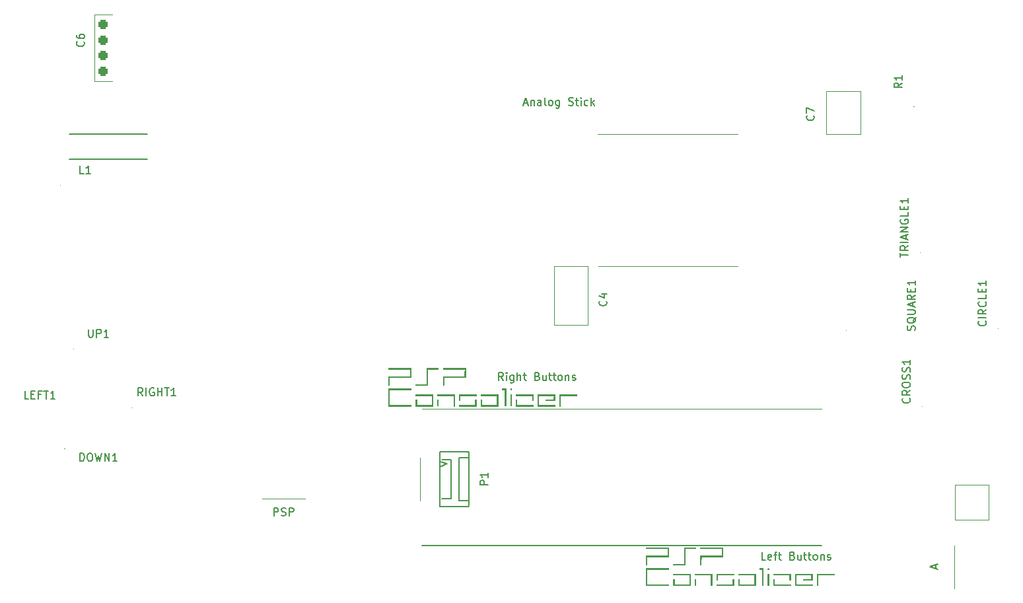
<source format=gbr>
%TF.GenerationSoftware,KiCad,Pcbnew,8.0.4*%
%TF.CreationDate,2024-08-01T13:46:47+01:00*%
%TF.ProjectId,buttonsSuper,62757474-6f6e-4735-9375-7065722e6b69,rev?*%
%TF.SameCoordinates,Original*%
%TF.FileFunction,Legend,Top*%
%TF.FilePolarity,Positive*%
%FSLAX46Y46*%
G04 Gerber Fmt 4.6, Leading zero omitted, Abs format (unit mm)*
G04 Created by KiCad (PCBNEW 8.0.4) date 2024-08-01 13:46:47*
%MOMM*%
%LPD*%
G01*
G04 APERTURE LIST*
G04 Aperture macros list*
%AMRoundRect*
0 Rectangle with rounded corners*
0 $1 Rounding radius*
0 $2 $3 $4 $5 $6 $7 $8 $9 X,Y pos of 4 corners*
0 Add a 4 corners polygon primitive as box body*
4,1,4,$2,$3,$4,$5,$6,$7,$8,$9,$2,$3,0*
0 Add four circle primitives for the rounded corners*
1,1,$1+$1,$2,$3*
1,1,$1+$1,$4,$5*
1,1,$1+$1,$6,$7*
1,1,$1+$1,$8,$9*
0 Add four rect primitives between the rounded corners*
20,1,$1+$1,$2,$3,$4,$5,0*
20,1,$1+$1,$4,$5,$6,$7,0*
20,1,$1+$1,$6,$7,$8,$9,0*
20,1,$1+$1,$8,$9,$2,$3,0*%
G04 Aperture macros list end*
%ADD10C,0.150000*%
%ADD11C,0.100000*%
%ADD12C,0.120000*%
%ADD13C,0.150114*%
%ADD14C,0.059995*%
%ADD15C,0.000000*%
%ADD16C,2.710000*%
%ADD17RoundRect,0.312500X-0.312500X0.312500X-0.312500X-0.312500X0.312500X-0.312500X0.312500X0.312500X0*%
%ADD18R,0.700025X0.299975*%
%ADD19R,1.000000X0.299975*%
%ADD20R,1.199898X1.800000*%
%ADD21R,1.800000X1.199898*%
%ADD22R,4.000000X0.250000*%
%ADD23R,2.000000X0.250000*%
%ADD24R,0.250000X2.000000*%
G04 APERTURE END LIST*
D10*
X41999874Y-110250000D02*
X41999874Y-110250000D01*
X41999874Y-110250000D01*
X41999874Y-110250000D01*
X41999874Y-110250000D01*
X41999874Y-110250000D01*
X41999874Y-110250001D01*
X41999874Y-110250001D01*
X41999874Y-110250001D01*
X41999874Y-110250001D01*
X41999874Y-110250001D01*
X41999874Y-110250001D01*
X41999874Y-110250001D01*
X41999873Y-110250001D01*
X41999873Y-110250001D01*
X41999873Y-110250001D01*
X41999873Y-110250001D01*
X41999873Y-110250001D01*
X41999873Y-110250001D01*
X41999873Y-110250001D01*
X41999873Y-110250001D01*
X41999873Y-110250001D01*
X41999873Y-110250001D01*
X41999873Y-110250001D01*
X41999873Y-110250001D01*
X41999872Y-110250001D01*
X41999872Y-110250001D01*
X41999872Y-110250001D01*
X41999872Y-110250001D01*
X41999872Y-110250001D01*
X41999872Y-110250001D01*
X41999872Y-110250000D01*
X41999872Y-110250000D01*
X41999872Y-110250000D01*
X41999872Y-110250000D01*
X41999872Y-110250000D01*
X41999872Y-110250000D01*
X41999872Y-110250000D02*
X41999872Y-110250000D01*
X41999872Y-110250000D01*
X41999872Y-110250000D01*
X41999872Y-110250000D01*
X41999872Y-110250000D01*
X41999872Y-110250000D01*
X41999872Y-110249999D01*
X41999872Y-110249999D01*
X41999872Y-110249999D01*
X41999872Y-110249999D01*
X41999872Y-110249999D01*
X41999873Y-110249999D01*
X41999873Y-110249999D01*
X41999873Y-110249999D01*
X41999873Y-110249999D01*
X41999873Y-110249999D01*
X41999873Y-110249999D01*
X41999873Y-110249999D01*
X41999873Y-110249999D01*
X41999873Y-110249999D01*
X41999873Y-110249999D01*
X41999873Y-110249999D01*
X41999873Y-110249999D01*
X41999874Y-110249999D01*
X41999874Y-110249999D01*
X41999874Y-110249999D01*
X41999874Y-110249999D01*
X41999874Y-110249999D01*
X41999874Y-110249999D01*
X41999874Y-110250000D01*
X41999874Y-110250000D01*
X41999874Y-110250000D01*
X41999874Y-110250000D01*
X41999874Y-110250000D01*
X41999874Y-110250000D01*
X41999874Y-110250000D01*
X55750000Y-75750000D02*
X45750000Y-75750000D01*
D11*
X138499771Y-107750000D02*
X142250000Y-107750000D01*
D10*
X55750000Y-72500000D02*
X45750000Y-72500000D01*
X47819851Y-81750000D02*
X47819851Y-81750000D01*
X47819851Y-81750000D01*
X47819851Y-81750000D01*
X47819851Y-81750000D01*
X47819851Y-81750000D01*
X47819851Y-81750001D01*
X47819851Y-81750001D01*
X47819851Y-81750001D01*
X47819851Y-81750001D01*
X47819851Y-81750001D01*
X47819851Y-81750001D01*
X47819851Y-81750001D01*
X47819850Y-81750001D01*
X47819850Y-81750001D01*
X47819850Y-81750001D01*
X47819850Y-81750001D01*
X47819850Y-81750001D01*
X47819850Y-81750001D01*
X47819850Y-81750001D01*
X47819850Y-81750001D01*
X47819850Y-81750001D01*
X47819850Y-81750001D01*
X47819850Y-81750001D01*
X47819850Y-81750001D01*
X47819849Y-81750001D01*
X47819849Y-81750001D01*
X47819849Y-81750001D01*
X47819849Y-81750001D01*
X47819849Y-81750001D01*
X47819849Y-81750001D01*
X47819849Y-81750000D01*
X47819849Y-81750000D01*
X47819849Y-81750000D01*
X47819849Y-81750000D01*
X47819849Y-81750000D01*
X47819849Y-81750000D01*
X47819849Y-81750000D02*
X47819849Y-81750000D01*
X47819849Y-81750000D01*
X47819849Y-81750000D01*
X47819849Y-81750000D01*
X47819849Y-81750000D01*
X47819849Y-81750000D01*
X47819849Y-81749999D01*
X47819849Y-81749999D01*
X47819849Y-81749999D01*
X47819849Y-81749999D01*
X47819849Y-81749999D01*
X47819850Y-81749999D01*
X47819850Y-81749999D01*
X47819850Y-81749999D01*
X47819850Y-81749999D01*
X47819850Y-81749999D01*
X47819850Y-81749999D01*
X47819850Y-81749999D01*
X47819850Y-81749999D01*
X47819850Y-81749999D01*
X47819850Y-81749999D01*
X47819850Y-81749999D01*
X47819850Y-81749999D01*
X47819851Y-81749999D01*
X47819851Y-81749999D01*
X47819851Y-81749999D01*
X47819851Y-81749999D01*
X47819851Y-81749999D01*
X47819851Y-81749999D01*
X47819851Y-81750000D01*
X47819851Y-81750000D01*
X47819851Y-81750000D01*
X47819851Y-81750000D01*
X47819851Y-81750000D01*
X47819851Y-81750000D01*
X47819851Y-81750000D01*
X49499874Y-117750000D02*
X49499874Y-117750000D01*
X49499874Y-117750000D01*
X49499874Y-117750000D01*
X49499874Y-117750000D01*
X49499874Y-117750000D01*
X49499874Y-117750001D01*
X49499874Y-117750001D01*
X49499874Y-117750001D01*
X49499874Y-117750001D01*
X49499874Y-117750001D01*
X49499874Y-117750001D01*
X49499874Y-117750001D01*
X49499873Y-117750001D01*
X49499873Y-117750001D01*
X49499873Y-117750001D01*
X49499873Y-117750001D01*
X49499873Y-117750001D01*
X49499873Y-117750001D01*
X49499873Y-117750001D01*
X49499873Y-117750001D01*
X49499873Y-117750001D01*
X49499873Y-117750001D01*
X49499873Y-117750001D01*
X49499873Y-117750001D01*
X49499872Y-117750001D01*
X49499872Y-117750001D01*
X49499872Y-117750001D01*
X49499872Y-117750001D01*
X49499872Y-117750001D01*
X49499872Y-117750001D01*
X49499872Y-117750000D01*
X49499872Y-117750000D01*
X49499872Y-117750000D01*
X49499872Y-117750000D01*
X49499872Y-117750000D01*
X49499872Y-117750000D01*
X49499872Y-117750000D02*
X49499872Y-117750000D01*
X49499872Y-117750000D01*
X49499872Y-117750000D01*
X49499872Y-117750000D01*
X49499872Y-117750000D01*
X49499872Y-117750000D01*
X49499872Y-117749999D01*
X49499872Y-117749999D01*
X49499872Y-117749999D01*
X49499872Y-117749999D01*
X49499872Y-117749999D01*
X49499873Y-117749999D01*
X49499873Y-117749999D01*
X49499873Y-117749999D01*
X49499873Y-117749999D01*
X49499873Y-117749999D01*
X49499873Y-117749999D01*
X49499873Y-117749999D01*
X49499873Y-117749999D01*
X49499873Y-117749999D01*
X49499873Y-117749999D01*
X49499873Y-117749999D01*
X49499873Y-117749999D01*
X49499874Y-117749999D01*
X49499874Y-117749999D01*
X49499874Y-117749999D01*
X49499874Y-117749999D01*
X49499874Y-117749999D01*
X49499874Y-117749999D01*
X49499874Y-117750000D01*
X49499874Y-117750000D01*
X49499874Y-117750000D01*
X49499874Y-117750000D01*
X49499874Y-117750000D01*
X49499874Y-117750000D01*
X49499874Y-117750000D01*
D11*
X91000000Y-107750000D02*
X138499771Y-107750000D01*
X131500000Y-89500000D02*
X113575000Y-89500254D01*
D10*
X49499874Y-102750000D02*
X49499874Y-102750000D01*
X49499874Y-102750000D01*
X49499874Y-102750000D01*
X49499874Y-102750000D01*
X49499874Y-102750000D01*
X49499874Y-102750001D01*
X49499874Y-102750001D01*
X49499874Y-102750001D01*
X49499874Y-102750001D01*
X49499874Y-102750001D01*
X49499874Y-102750001D01*
X49499874Y-102750001D01*
X49499873Y-102750001D01*
X49499873Y-102750001D01*
X49499873Y-102750001D01*
X49499873Y-102750001D01*
X49499873Y-102750001D01*
X49499873Y-102750001D01*
X49499873Y-102750001D01*
X49499873Y-102750001D01*
X49499873Y-102750001D01*
X49499873Y-102750001D01*
X49499873Y-102750001D01*
X49499873Y-102750001D01*
X49499872Y-102750001D01*
X49499872Y-102750001D01*
X49499872Y-102750001D01*
X49499872Y-102750001D01*
X49499872Y-102750001D01*
X49499872Y-102750001D01*
X49499872Y-102750000D01*
X49499872Y-102750000D01*
X49499872Y-102750000D01*
X49499872Y-102750000D01*
X49499872Y-102750000D01*
X49499872Y-102750000D01*
X49499872Y-102750000D02*
X49499872Y-102750000D01*
X49499872Y-102750000D01*
X49499872Y-102750000D01*
X49499872Y-102750000D01*
X49499872Y-102750000D01*
X49499872Y-102750000D01*
X49499872Y-102749999D01*
X49499872Y-102749999D01*
X49499872Y-102749999D01*
X49499872Y-102749999D01*
X49499872Y-102749999D01*
X49499873Y-102749999D01*
X49499873Y-102749999D01*
X49499873Y-102749999D01*
X49499873Y-102749999D01*
X49499873Y-102749999D01*
X49499873Y-102749999D01*
X49499873Y-102749999D01*
X49499873Y-102749999D01*
X49499873Y-102749999D01*
X49499873Y-102749999D01*
X49499873Y-102749999D01*
X49499873Y-102749999D01*
X49499874Y-102749999D01*
X49499874Y-102749999D01*
X49499874Y-102749999D01*
X49499874Y-102749999D01*
X49499874Y-102749999D01*
X49499874Y-102749999D01*
X49499874Y-102750000D01*
X49499874Y-102750000D01*
X49499874Y-102750000D01*
X49499874Y-102750000D01*
X49499874Y-102750000D01*
X49499874Y-102750000D01*
X49499874Y-102750000D01*
X56999874Y-110250000D02*
X56999874Y-110250000D01*
X56999874Y-110250000D01*
X56999874Y-110250000D01*
X56999874Y-110250000D01*
X56999874Y-110250000D01*
X56999874Y-110250001D01*
X56999874Y-110250001D01*
X56999874Y-110250001D01*
X56999874Y-110250001D01*
X56999874Y-110250001D01*
X56999874Y-110250001D01*
X56999874Y-110250001D01*
X56999873Y-110250001D01*
X56999873Y-110250001D01*
X56999873Y-110250001D01*
X56999873Y-110250001D01*
X56999873Y-110250001D01*
X56999873Y-110250001D01*
X56999873Y-110250001D01*
X56999873Y-110250001D01*
X56999873Y-110250001D01*
X56999873Y-110250001D01*
X56999873Y-110250001D01*
X56999873Y-110250001D01*
X56999872Y-110250001D01*
X56999872Y-110250001D01*
X56999872Y-110250001D01*
X56999872Y-110250001D01*
X56999872Y-110250001D01*
X56999872Y-110250001D01*
X56999872Y-110250000D01*
X56999872Y-110250000D01*
X56999872Y-110250000D01*
X56999872Y-110250000D01*
X56999872Y-110250000D01*
X56999872Y-110250000D01*
X56999872Y-110250000D02*
X56999872Y-110250000D01*
X56999872Y-110250000D01*
X56999872Y-110250000D01*
X56999872Y-110250000D01*
X56999872Y-110250000D01*
X56999872Y-110250000D01*
X56999872Y-110249999D01*
X56999872Y-110249999D01*
X56999872Y-110249999D01*
X56999872Y-110249999D01*
X56999872Y-110249999D01*
X56999873Y-110249999D01*
X56999873Y-110249999D01*
X56999873Y-110249999D01*
X56999873Y-110249999D01*
X56999873Y-110249999D01*
X56999873Y-110249999D01*
X56999873Y-110249999D01*
X56999873Y-110249999D01*
X56999873Y-110249999D01*
X56999873Y-110249999D01*
X56999873Y-110249999D01*
X56999873Y-110249999D01*
X56999874Y-110249999D01*
X56999874Y-110249999D01*
X56999874Y-110249999D01*
X56999874Y-110249999D01*
X56999874Y-110249999D01*
X56999874Y-110249999D01*
X56999874Y-110250000D01*
X56999874Y-110250000D01*
X56999874Y-110250000D01*
X56999874Y-110250000D01*
X56999874Y-110250000D01*
X56999874Y-110250000D01*
X56999874Y-110250000D01*
D11*
X131500000Y-72500000D02*
X113500000Y-72500000D01*
D10*
X91000000Y-125250000D02*
X142250000Y-125250000D01*
X156834104Y-128210839D02*
X156834104Y-127734649D01*
X157119819Y-128306077D02*
X156119819Y-127972744D01*
X156119819Y-127972744D02*
X157119819Y-127639411D01*
X135062969Y-127119819D02*
X134586779Y-127119819D01*
X134586779Y-127119819D02*
X134586779Y-126119819D01*
X135777255Y-127072200D02*
X135682017Y-127119819D01*
X135682017Y-127119819D02*
X135491541Y-127119819D01*
X135491541Y-127119819D02*
X135396303Y-127072200D01*
X135396303Y-127072200D02*
X135348684Y-126976961D01*
X135348684Y-126976961D02*
X135348684Y-126596009D01*
X135348684Y-126596009D02*
X135396303Y-126500771D01*
X135396303Y-126500771D02*
X135491541Y-126453152D01*
X135491541Y-126453152D02*
X135682017Y-126453152D01*
X135682017Y-126453152D02*
X135777255Y-126500771D01*
X135777255Y-126500771D02*
X135824874Y-126596009D01*
X135824874Y-126596009D02*
X135824874Y-126691247D01*
X135824874Y-126691247D02*
X135348684Y-126786485D01*
X136110589Y-126453152D02*
X136491541Y-126453152D01*
X136253446Y-127119819D02*
X136253446Y-126262676D01*
X136253446Y-126262676D02*
X136301065Y-126167438D01*
X136301065Y-126167438D02*
X136396303Y-126119819D01*
X136396303Y-126119819D02*
X136491541Y-126119819D01*
X136682018Y-126453152D02*
X137062970Y-126453152D01*
X136824875Y-126119819D02*
X136824875Y-126976961D01*
X136824875Y-126976961D02*
X136872494Y-127072200D01*
X136872494Y-127072200D02*
X136967732Y-127119819D01*
X136967732Y-127119819D02*
X137062970Y-127119819D01*
X138491542Y-126596009D02*
X138634399Y-126643628D01*
X138634399Y-126643628D02*
X138682018Y-126691247D01*
X138682018Y-126691247D02*
X138729637Y-126786485D01*
X138729637Y-126786485D02*
X138729637Y-126929342D01*
X138729637Y-126929342D02*
X138682018Y-127024580D01*
X138682018Y-127024580D02*
X138634399Y-127072200D01*
X138634399Y-127072200D02*
X138539161Y-127119819D01*
X138539161Y-127119819D02*
X138158209Y-127119819D01*
X138158209Y-127119819D02*
X138158209Y-126119819D01*
X138158209Y-126119819D02*
X138491542Y-126119819D01*
X138491542Y-126119819D02*
X138586780Y-126167438D01*
X138586780Y-126167438D02*
X138634399Y-126215057D01*
X138634399Y-126215057D02*
X138682018Y-126310295D01*
X138682018Y-126310295D02*
X138682018Y-126405533D01*
X138682018Y-126405533D02*
X138634399Y-126500771D01*
X138634399Y-126500771D02*
X138586780Y-126548390D01*
X138586780Y-126548390D02*
X138491542Y-126596009D01*
X138491542Y-126596009D02*
X138158209Y-126596009D01*
X139586780Y-126453152D02*
X139586780Y-127119819D01*
X139158209Y-126453152D02*
X139158209Y-126976961D01*
X139158209Y-126976961D02*
X139205828Y-127072200D01*
X139205828Y-127072200D02*
X139301066Y-127119819D01*
X139301066Y-127119819D02*
X139443923Y-127119819D01*
X139443923Y-127119819D02*
X139539161Y-127072200D01*
X139539161Y-127072200D02*
X139586780Y-127024580D01*
X139920114Y-126453152D02*
X140301066Y-126453152D01*
X140062971Y-126119819D02*
X140062971Y-126976961D01*
X140062971Y-126976961D02*
X140110590Y-127072200D01*
X140110590Y-127072200D02*
X140205828Y-127119819D01*
X140205828Y-127119819D02*
X140301066Y-127119819D01*
X140491543Y-126453152D02*
X140872495Y-126453152D01*
X140634400Y-126119819D02*
X140634400Y-126976961D01*
X140634400Y-126976961D02*
X140682019Y-127072200D01*
X140682019Y-127072200D02*
X140777257Y-127119819D01*
X140777257Y-127119819D02*
X140872495Y-127119819D01*
X141348686Y-127119819D02*
X141253448Y-127072200D01*
X141253448Y-127072200D02*
X141205829Y-127024580D01*
X141205829Y-127024580D02*
X141158210Y-126929342D01*
X141158210Y-126929342D02*
X141158210Y-126643628D01*
X141158210Y-126643628D02*
X141205829Y-126548390D01*
X141205829Y-126548390D02*
X141253448Y-126500771D01*
X141253448Y-126500771D02*
X141348686Y-126453152D01*
X141348686Y-126453152D02*
X141491543Y-126453152D01*
X141491543Y-126453152D02*
X141586781Y-126500771D01*
X141586781Y-126500771D02*
X141634400Y-126548390D01*
X141634400Y-126548390D02*
X141682019Y-126643628D01*
X141682019Y-126643628D02*
X141682019Y-126929342D01*
X141682019Y-126929342D02*
X141634400Y-127024580D01*
X141634400Y-127024580D02*
X141586781Y-127072200D01*
X141586781Y-127072200D02*
X141491543Y-127119819D01*
X141491543Y-127119819D02*
X141348686Y-127119819D01*
X142110591Y-126453152D02*
X142110591Y-127119819D01*
X142110591Y-126548390D02*
X142158210Y-126500771D01*
X142158210Y-126500771D02*
X142253448Y-126453152D01*
X142253448Y-126453152D02*
X142396305Y-126453152D01*
X142396305Y-126453152D02*
X142491543Y-126500771D01*
X142491543Y-126500771D02*
X142539162Y-126596009D01*
X142539162Y-126596009D02*
X142539162Y-127119819D01*
X142967734Y-127072200D02*
X143062972Y-127119819D01*
X143062972Y-127119819D02*
X143253448Y-127119819D01*
X143253448Y-127119819D02*
X143348686Y-127072200D01*
X143348686Y-127072200D02*
X143396305Y-126976961D01*
X143396305Y-126976961D02*
X143396305Y-126929342D01*
X143396305Y-126929342D02*
X143348686Y-126834104D01*
X143348686Y-126834104D02*
X143253448Y-126786485D01*
X143253448Y-126786485D02*
X143110591Y-126786485D01*
X143110591Y-126786485D02*
X143015353Y-126738866D01*
X143015353Y-126738866D02*
X142967734Y-126643628D01*
X142967734Y-126643628D02*
X142967734Y-126596009D01*
X142967734Y-126596009D02*
X143015353Y-126500771D01*
X143015353Y-126500771D02*
X143110591Y-126453152D01*
X143110591Y-126453152D02*
X143253448Y-126453152D01*
X143253448Y-126453152D02*
X143348686Y-126500771D01*
X101408207Y-104119819D02*
X101074874Y-103643628D01*
X100836779Y-104119819D02*
X100836779Y-103119819D01*
X100836779Y-103119819D02*
X101217731Y-103119819D01*
X101217731Y-103119819D02*
X101312969Y-103167438D01*
X101312969Y-103167438D02*
X101360588Y-103215057D01*
X101360588Y-103215057D02*
X101408207Y-103310295D01*
X101408207Y-103310295D02*
X101408207Y-103453152D01*
X101408207Y-103453152D02*
X101360588Y-103548390D01*
X101360588Y-103548390D02*
X101312969Y-103596009D01*
X101312969Y-103596009D02*
X101217731Y-103643628D01*
X101217731Y-103643628D02*
X100836779Y-103643628D01*
X101836779Y-104119819D02*
X101836779Y-103453152D01*
X101836779Y-103119819D02*
X101789160Y-103167438D01*
X101789160Y-103167438D02*
X101836779Y-103215057D01*
X101836779Y-103215057D02*
X101884398Y-103167438D01*
X101884398Y-103167438D02*
X101836779Y-103119819D01*
X101836779Y-103119819D02*
X101836779Y-103215057D01*
X102741540Y-103453152D02*
X102741540Y-104262676D01*
X102741540Y-104262676D02*
X102693921Y-104357914D01*
X102693921Y-104357914D02*
X102646302Y-104405533D01*
X102646302Y-104405533D02*
X102551064Y-104453152D01*
X102551064Y-104453152D02*
X102408207Y-104453152D01*
X102408207Y-104453152D02*
X102312969Y-104405533D01*
X102741540Y-104072200D02*
X102646302Y-104119819D01*
X102646302Y-104119819D02*
X102455826Y-104119819D01*
X102455826Y-104119819D02*
X102360588Y-104072200D01*
X102360588Y-104072200D02*
X102312969Y-104024580D01*
X102312969Y-104024580D02*
X102265350Y-103929342D01*
X102265350Y-103929342D02*
X102265350Y-103643628D01*
X102265350Y-103643628D02*
X102312969Y-103548390D01*
X102312969Y-103548390D02*
X102360588Y-103500771D01*
X102360588Y-103500771D02*
X102455826Y-103453152D01*
X102455826Y-103453152D02*
X102646302Y-103453152D01*
X102646302Y-103453152D02*
X102741540Y-103500771D01*
X103217731Y-104119819D02*
X103217731Y-103119819D01*
X103646302Y-104119819D02*
X103646302Y-103596009D01*
X103646302Y-103596009D02*
X103598683Y-103500771D01*
X103598683Y-103500771D02*
X103503445Y-103453152D01*
X103503445Y-103453152D02*
X103360588Y-103453152D01*
X103360588Y-103453152D02*
X103265350Y-103500771D01*
X103265350Y-103500771D02*
X103217731Y-103548390D01*
X103979636Y-103453152D02*
X104360588Y-103453152D01*
X104122493Y-103119819D02*
X104122493Y-103976961D01*
X104122493Y-103976961D02*
X104170112Y-104072200D01*
X104170112Y-104072200D02*
X104265350Y-104119819D01*
X104265350Y-104119819D02*
X104360588Y-104119819D01*
X105789160Y-103596009D02*
X105932017Y-103643628D01*
X105932017Y-103643628D02*
X105979636Y-103691247D01*
X105979636Y-103691247D02*
X106027255Y-103786485D01*
X106027255Y-103786485D02*
X106027255Y-103929342D01*
X106027255Y-103929342D02*
X105979636Y-104024580D01*
X105979636Y-104024580D02*
X105932017Y-104072200D01*
X105932017Y-104072200D02*
X105836779Y-104119819D01*
X105836779Y-104119819D02*
X105455827Y-104119819D01*
X105455827Y-104119819D02*
X105455827Y-103119819D01*
X105455827Y-103119819D02*
X105789160Y-103119819D01*
X105789160Y-103119819D02*
X105884398Y-103167438D01*
X105884398Y-103167438D02*
X105932017Y-103215057D01*
X105932017Y-103215057D02*
X105979636Y-103310295D01*
X105979636Y-103310295D02*
X105979636Y-103405533D01*
X105979636Y-103405533D02*
X105932017Y-103500771D01*
X105932017Y-103500771D02*
X105884398Y-103548390D01*
X105884398Y-103548390D02*
X105789160Y-103596009D01*
X105789160Y-103596009D02*
X105455827Y-103596009D01*
X106884398Y-103453152D02*
X106884398Y-104119819D01*
X106455827Y-103453152D02*
X106455827Y-103976961D01*
X106455827Y-103976961D02*
X106503446Y-104072200D01*
X106503446Y-104072200D02*
X106598684Y-104119819D01*
X106598684Y-104119819D02*
X106741541Y-104119819D01*
X106741541Y-104119819D02*
X106836779Y-104072200D01*
X106836779Y-104072200D02*
X106884398Y-104024580D01*
X107217732Y-103453152D02*
X107598684Y-103453152D01*
X107360589Y-103119819D02*
X107360589Y-103976961D01*
X107360589Y-103976961D02*
X107408208Y-104072200D01*
X107408208Y-104072200D02*
X107503446Y-104119819D01*
X107503446Y-104119819D02*
X107598684Y-104119819D01*
X107789161Y-103453152D02*
X108170113Y-103453152D01*
X107932018Y-103119819D02*
X107932018Y-103976961D01*
X107932018Y-103976961D02*
X107979637Y-104072200D01*
X107979637Y-104072200D02*
X108074875Y-104119819D01*
X108074875Y-104119819D02*
X108170113Y-104119819D01*
X108646304Y-104119819D02*
X108551066Y-104072200D01*
X108551066Y-104072200D02*
X108503447Y-104024580D01*
X108503447Y-104024580D02*
X108455828Y-103929342D01*
X108455828Y-103929342D02*
X108455828Y-103643628D01*
X108455828Y-103643628D02*
X108503447Y-103548390D01*
X108503447Y-103548390D02*
X108551066Y-103500771D01*
X108551066Y-103500771D02*
X108646304Y-103453152D01*
X108646304Y-103453152D02*
X108789161Y-103453152D01*
X108789161Y-103453152D02*
X108884399Y-103500771D01*
X108884399Y-103500771D02*
X108932018Y-103548390D01*
X108932018Y-103548390D02*
X108979637Y-103643628D01*
X108979637Y-103643628D02*
X108979637Y-103929342D01*
X108979637Y-103929342D02*
X108932018Y-104024580D01*
X108932018Y-104024580D02*
X108884399Y-104072200D01*
X108884399Y-104072200D02*
X108789161Y-104119819D01*
X108789161Y-104119819D02*
X108646304Y-104119819D01*
X109408209Y-103453152D02*
X109408209Y-104119819D01*
X109408209Y-103548390D02*
X109455828Y-103500771D01*
X109455828Y-103500771D02*
X109551066Y-103453152D01*
X109551066Y-103453152D02*
X109693923Y-103453152D01*
X109693923Y-103453152D02*
X109789161Y-103500771D01*
X109789161Y-103500771D02*
X109836780Y-103596009D01*
X109836780Y-103596009D02*
X109836780Y-104119819D01*
X110265352Y-104072200D02*
X110360590Y-104119819D01*
X110360590Y-104119819D02*
X110551066Y-104119819D01*
X110551066Y-104119819D02*
X110646304Y-104072200D01*
X110646304Y-104072200D02*
X110693923Y-103976961D01*
X110693923Y-103976961D02*
X110693923Y-103929342D01*
X110693923Y-103929342D02*
X110646304Y-103834104D01*
X110646304Y-103834104D02*
X110551066Y-103786485D01*
X110551066Y-103786485D02*
X110408209Y-103786485D01*
X110408209Y-103786485D02*
X110312971Y-103738866D01*
X110312971Y-103738866D02*
X110265352Y-103643628D01*
X110265352Y-103643628D02*
X110265352Y-103596009D01*
X110265352Y-103596009D02*
X110312971Y-103500771D01*
X110312971Y-103500771D02*
X110408209Y-103453152D01*
X110408209Y-103453152D02*
X110551066Y-103453152D01*
X110551066Y-103453152D02*
X110646304Y-103500771D01*
X72011905Y-121454819D02*
X72011905Y-120454819D01*
X72011905Y-120454819D02*
X72392857Y-120454819D01*
X72392857Y-120454819D02*
X72488095Y-120502438D01*
X72488095Y-120502438D02*
X72535714Y-120550057D01*
X72535714Y-120550057D02*
X72583333Y-120645295D01*
X72583333Y-120645295D02*
X72583333Y-120788152D01*
X72583333Y-120788152D02*
X72535714Y-120883390D01*
X72535714Y-120883390D02*
X72488095Y-120931009D01*
X72488095Y-120931009D02*
X72392857Y-120978628D01*
X72392857Y-120978628D02*
X72011905Y-120978628D01*
X72964286Y-121407200D02*
X73107143Y-121454819D01*
X73107143Y-121454819D02*
X73345238Y-121454819D01*
X73345238Y-121454819D02*
X73440476Y-121407200D01*
X73440476Y-121407200D02*
X73488095Y-121359580D01*
X73488095Y-121359580D02*
X73535714Y-121264342D01*
X73535714Y-121264342D02*
X73535714Y-121169104D01*
X73535714Y-121169104D02*
X73488095Y-121073866D01*
X73488095Y-121073866D02*
X73440476Y-121026247D01*
X73440476Y-121026247D02*
X73345238Y-120978628D01*
X73345238Y-120978628D02*
X73154762Y-120931009D01*
X73154762Y-120931009D02*
X73059524Y-120883390D01*
X73059524Y-120883390D02*
X73011905Y-120835771D01*
X73011905Y-120835771D02*
X72964286Y-120740533D01*
X72964286Y-120740533D02*
X72964286Y-120645295D01*
X72964286Y-120645295D02*
X73011905Y-120550057D01*
X73011905Y-120550057D02*
X73059524Y-120502438D01*
X73059524Y-120502438D02*
X73154762Y-120454819D01*
X73154762Y-120454819D02*
X73392857Y-120454819D01*
X73392857Y-120454819D02*
X73535714Y-120502438D01*
X73964286Y-121454819D02*
X73964286Y-120454819D01*
X73964286Y-120454819D02*
X74345238Y-120454819D01*
X74345238Y-120454819D02*
X74440476Y-120502438D01*
X74440476Y-120502438D02*
X74488095Y-120550057D01*
X74488095Y-120550057D02*
X74535714Y-120645295D01*
X74535714Y-120645295D02*
X74535714Y-120788152D01*
X74535714Y-120788152D02*
X74488095Y-120883390D01*
X74488095Y-120883390D02*
X74440476Y-120931009D01*
X74440476Y-120931009D02*
X74345238Y-120978628D01*
X74345238Y-120978628D02*
X73964286Y-120978628D01*
X104039160Y-68584104D02*
X104515350Y-68584104D01*
X103943922Y-68869819D02*
X104277255Y-67869819D01*
X104277255Y-67869819D02*
X104610588Y-68869819D01*
X104943922Y-68203152D02*
X104943922Y-68869819D01*
X104943922Y-68298390D02*
X104991541Y-68250771D01*
X104991541Y-68250771D02*
X105086779Y-68203152D01*
X105086779Y-68203152D02*
X105229636Y-68203152D01*
X105229636Y-68203152D02*
X105324874Y-68250771D01*
X105324874Y-68250771D02*
X105372493Y-68346009D01*
X105372493Y-68346009D02*
X105372493Y-68869819D01*
X106277255Y-68869819D02*
X106277255Y-68346009D01*
X106277255Y-68346009D02*
X106229636Y-68250771D01*
X106229636Y-68250771D02*
X106134398Y-68203152D01*
X106134398Y-68203152D02*
X105943922Y-68203152D01*
X105943922Y-68203152D02*
X105848684Y-68250771D01*
X106277255Y-68822200D02*
X106182017Y-68869819D01*
X106182017Y-68869819D02*
X105943922Y-68869819D01*
X105943922Y-68869819D02*
X105848684Y-68822200D01*
X105848684Y-68822200D02*
X105801065Y-68726961D01*
X105801065Y-68726961D02*
X105801065Y-68631723D01*
X105801065Y-68631723D02*
X105848684Y-68536485D01*
X105848684Y-68536485D02*
X105943922Y-68488866D01*
X105943922Y-68488866D02*
X106182017Y-68488866D01*
X106182017Y-68488866D02*
X106277255Y-68441247D01*
X106896303Y-68869819D02*
X106801065Y-68822200D01*
X106801065Y-68822200D02*
X106753446Y-68726961D01*
X106753446Y-68726961D02*
X106753446Y-67869819D01*
X107420113Y-68869819D02*
X107324875Y-68822200D01*
X107324875Y-68822200D02*
X107277256Y-68774580D01*
X107277256Y-68774580D02*
X107229637Y-68679342D01*
X107229637Y-68679342D02*
X107229637Y-68393628D01*
X107229637Y-68393628D02*
X107277256Y-68298390D01*
X107277256Y-68298390D02*
X107324875Y-68250771D01*
X107324875Y-68250771D02*
X107420113Y-68203152D01*
X107420113Y-68203152D02*
X107562970Y-68203152D01*
X107562970Y-68203152D02*
X107658208Y-68250771D01*
X107658208Y-68250771D02*
X107705827Y-68298390D01*
X107705827Y-68298390D02*
X107753446Y-68393628D01*
X107753446Y-68393628D02*
X107753446Y-68679342D01*
X107753446Y-68679342D02*
X107705827Y-68774580D01*
X107705827Y-68774580D02*
X107658208Y-68822200D01*
X107658208Y-68822200D02*
X107562970Y-68869819D01*
X107562970Y-68869819D02*
X107420113Y-68869819D01*
X108610589Y-68203152D02*
X108610589Y-69012676D01*
X108610589Y-69012676D02*
X108562970Y-69107914D01*
X108562970Y-69107914D02*
X108515351Y-69155533D01*
X108515351Y-69155533D02*
X108420113Y-69203152D01*
X108420113Y-69203152D02*
X108277256Y-69203152D01*
X108277256Y-69203152D02*
X108182018Y-69155533D01*
X108610589Y-68822200D02*
X108515351Y-68869819D01*
X108515351Y-68869819D02*
X108324875Y-68869819D01*
X108324875Y-68869819D02*
X108229637Y-68822200D01*
X108229637Y-68822200D02*
X108182018Y-68774580D01*
X108182018Y-68774580D02*
X108134399Y-68679342D01*
X108134399Y-68679342D02*
X108134399Y-68393628D01*
X108134399Y-68393628D02*
X108182018Y-68298390D01*
X108182018Y-68298390D02*
X108229637Y-68250771D01*
X108229637Y-68250771D02*
X108324875Y-68203152D01*
X108324875Y-68203152D02*
X108515351Y-68203152D01*
X108515351Y-68203152D02*
X108610589Y-68250771D01*
X109801066Y-68822200D02*
X109943923Y-68869819D01*
X109943923Y-68869819D02*
X110182018Y-68869819D01*
X110182018Y-68869819D02*
X110277256Y-68822200D01*
X110277256Y-68822200D02*
X110324875Y-68774580D01*
X110324875Y-68774580D02*
X110372494Y-68679342D01*
X110372494Y-68679342D02*
X110372494Y-68584104D01*
X110372494Y-68584104D02*
X110324875Y-68488866D01*
X110324875Y-68488866D02*
X110277256Y-68441247D01*
X110277256Y-68441247D02*
X110182018Y-68393628D01*
X110182018Y-68393628D02*
X109991542Y-68346009D01*
X109991542Y-68346009D02*
X109896304Y-68298390D01*
X109896304Y-68298390D02*
X109848685Y-68250771D01*
X109848685Y-68250771D02*
X109801066Y-68155533D01*
X109801066Y-68155533D02*
X109801066Y-68060295D01*
X109801066Y-68060295D02*
X109848685Y-67965057D01*
X109848685Y-67965057D02*
X109896304Y-67917438D01*
X109896304Y-67917438D02*
X109991542Y-67869819D01*
X109991542Y-67869819D02*
X110229637Y-67869819D01*
X110229637Y-67869819D02*
X110372494Y-67917438D01*
X110658209Y-68203152D02*
X111039161Y-68203152D01*
X110801066Y-67869819D02*
X110801066Y-68726961D01*
X110801066Y-68726961D02*
X110848685Y-68822200D01*
X110848685Y-68822200D02*
X110943923Y-68869819D01*
X110943923Y-68869819D02*
X111039161Y-68869819D01*
X111372495Y-68869819D02*
X111372495Y-68203152D01*
X111372495Y-67869819D02*
X111324876Y-67917438D01*
X111324876Y-67917438D02*
X111372495Y-67965057D01*
X111372495Y-67965057D02*
X111420114Y-67917438D01*
X111420114Y-67917438D02*
X111372495Y-67869819D01*
X111372495Y-67869819D02*
X111372495Y-67965057D01*
X112277256Y-68822200D02*
X112182018Y-68869819D01*
X112182018Y-68869819D02*
X111991542Y-68869819D01*
X111991542Y-68869819D02*
X111896304Y-68822200D01*
X111896304Y-68822200D02*
X111848685Y-68774580D01*
X111848685Y-68774580D02*
X111801066Y-68679342D01*
X111801066Y-68679342D02*
X111801066Y-68393628D01*
X111801066Y-68393628D02*
X111848685Y-68298390D01*
X111848685Y-68298390D02*
X111896304Y-68250771D01*
X111896304Y-68250771D02*
X111991542Y-68203152D01*
X111991542Y-68203152D02*
X112182018Y-68203152D01*
X112182018Y-68203152D02*
X112277256Y-68250771D01*
X112705828Y-68869819D02*
X112705828Y-67869819D01*
X112801066Y-68488866D02*
X113086780Y-68869819D01*
X113086780Y-68203152D02*
X112705828Y-68584104D01*
X47609545Y-60668187D02*
X47657165Y-60715806D01*
X47657165Y-60715806D02*
X47704784Y-60858663D01*
X47704784Y-60858663D02*
X47704784Y-60953901D01*
X47704784Y-60953901D02*
X47657165Y-61096758D01*
X47657165Y-61096758D02*
X47561926Y-61191996D01*
X47561926Y-61191996D02*
X47466688Y-61239615D01*
X47466688Y-61239615D02*
X47276212Y-61287234D01*
X47276212Y-61287234D02*
X47133355Y-61287234D01*
X47133355Y-61287234D02*
X46942879Y-61239615D01*
X46942879Y-61239615D02*
X46847641Y-61191996D01*
X46847641Y-61191996D02*
X46752403Y-61096758D01*
X46752403Y-61096758D02*
X46704784Y-60953901D01*
X46704784Y-60953901D02*
X46704784Y-60858663D01*
X46704784Y-60858663D02*
X46752403Y-60715806D01*
X46752403Y-60715806D02*
X46800022Y-60668187D01*
X46704784Y-59811044D02*
X46704784Y-60001520D01*
X46704784Y-60001520D02*
X46752403Y-60096758D01*
X46752403Y-60096758D02*
X46800022Y-60144377D01*
X46800022Y-60144377D02*
X46942879Y-60239615D01*
X46942879Y-60239615D02*
X47133355Y-60287234D01*
X47133355Y-60287234D02*
X47514307Y-60287234D01*
X47514307Y-60287234D02*
X47609545Y-60239615D01*
X47609545Y-60239615D02*
X47657165Y-60191996D01*
X47657165Y-60191996D02*
X47704784Y-60096758D01*
X47704784Y-60096758D02*
X47704784Y-59906282D01*
X47704784Y-59906282D02*
X47657165Y-59811044D01*
X47657165Y-59811044D02*
X47609545Y-59763425D01*
X47609545Y-59763425D02*
X47514307Y-59715806D01*
X47514307Y-59715806D02*
X47276212Y-59715806D01*
X47276212Y-59715806D02*
X47180974Y-59763425D01*
X47180974Y-59763425D02*
X47133355Y-59811044D01*
X47133355Y-59811044D02*
X47085736Y-59906282D01*
X47085736Y-59906282D02*
X47085736Y-60096758D01*
X47085736Y-60096758D02*
X47133355Y-60191996D01*
X47133355Y-60191996D02*
X47180974Y-60239615D01*
X47180974Y-60239615D02*
X47276212Y-60287234D01*
X99455074Y-117488666D02*
X98455074Y-117488666D01*
X98455074Y-117488666D02*
X98455074Y-117107714D01*
X98455074Y-117107714D02*
X98502693Y-117012476D01*
X98502693Y-117012476D02*
X98550312Y-116964857D01*
X98550312Y-116964857D02*
X98645550Y-116917238D01*
X98645550Y-116917238D02*
X98788407Y-116917238D01*
X98788407Y-116917238D02*
X98883645Y-116964857D01*
X98883645Y-116964857D02*
X98931264Y-117012476D01*
X98931264Y-117012476D02*
X98978883Y-117107714D01*
X98978883Y-117107714D02*
X98978883Y-117488666D01*
X99455074Y-115964857D02*
X99455074Y-116536285D01*
X99455074Y-116250571D02*
X98455074Y-116250571D01*
X98455074Y-116250571D02*
X98597931Y-116345809D01*
X98597931Y-116345809D02*
X98693169Y-116441047D01*
X98693169Y-116441047D02*
X98740788Y-116536285D01*
X154157200Y-97690475D02*
X154204819Y-97547618D01*
X154204819Y-97547618D02*
X154204819Y-97309523D01*
X154204819Y-97309523D02*
X154157200Y-97214285D01*
X154157200Y-97214285D02*
X154109580Y-97166666D01*
X154109580Y-97166666D02*
X154014342Y-97119047D01*
X154014342Y-97119047D02*
X153919104Y-97119047D01*
X153919104Y-97119047D02*
X153823866Y-97166666D01*
X153823866Y-97166666D02*
X153776247Y-97214285D01*
X153776247Y-97214285D02*
X153728628Y-97309523D01*
X153728628Y-97309523D02*
X153681009Y-97499999D01*
X153681009Y-97499999D02*
X153633390Y-97595237D01*
X153633390Y-97595237D02*
X153585771Y-97642856D01*
X153585771Y-97642856D02*
X153490533Y-97690475D01*
X153490533Y-97690475D02*
X153395295Y-97690475D01*
X153395295Y-97690475D02*
X153300057Y-97642856D01*
X153300057Y-97642856D02*
X153252438Y-97595237D01*
X153252438Y-97595237D02*
X153204819Y-97499999D01*
X153204819Y-97499999D02*
X153204819Y-97261904D01*
X153204819Y-97261904D02*
X153252438Y-97119047D01*
X154300057Y-96023809D02*
X154252438Y-96119047D01*
X154252438Y-96119047D02*
X154157200Y-96214285D01*
X154157200Y-96214285D02*
X154014342Y-96357142D01*
X154014342Y-96357142D02*
X153966723Y-96452380D01*
X153966723Y-96452380D02*
X153966723Y-96547618D01*
X154204819Y-96499999D02*
X154157200Y-96595237D01*
X154157200Y-96595237D02*
X154061961Y-96690475D01*
X154061961Y-96690475D02*
X153871485Y-96738094D01*
X153871485Y-96738094D02*
X153538152Y-96738094D01*
X153538152Y-96738094D02*
X153347676Y-96690475D01*
X153347676Y-96690475D02*
X153252438Y-96595237D01*
X153252438Y-96595237D02*
X153204819Y-96499999D01*
X153204819Y-96499999D02*
X153204819Y-96309523D01*
X153204819Y-96309523D02*
X153252438Y-96214285D01*
X153252438Y-96214285D02*
X153347676Y-96119047D01*
X153347676Y-96119047D02*
X153538152Y-96071428D01*
X153538152Y-96071428D02*
X153871485Y-96071428D01*
X153871485Y-96071428D02*
X154061961Y-96119047D01*
X154061961Y-96119047D02*
X154157200Y-96214285D01*
X154157200Y-96214285D02*
X154204819Y-96309523D01*
X154204819Y-96309523D02*
X154204819Y-96499999D01*
X153204819Y-95642856D02*
X154014342Y-95642856D01*
X154014342Y-95642856D02*
X154109580Y-95595237D01*
X154109580Y-95595237D02*
X154157200Y-95547618D01*
X154157200Y-95547618D02*
X154204819Y-95452380D01*
X154204819Y-95452380D02*
X154204819Y-95261904D01*
X154204819Y-95261904D02*
X154157200Y-95166666D01*
X154157200Y-95166666D02*
X154109580Y-95119047D01*
X154109580Y-95119047D02*
X154014342Y-95071428D01*
X154014342Y-95071428D02*
X153204819Y-95071428D01*
X153919104Y-94642856D02*
X153919104Y-94166666D01*
X154204819Y-94738094D02*
X153204819Y-94404761D01*
X153204819Y-94404761D02*
X154204819Y-94071428D01*
X154204819Y-93166666D02*
X153728628Y-93499999D01*
X154204819Y-93738094D02*
X153204819Y-93738094D01*
X153204819Y-93738094D02*
X153204819Y-93357142D01*
X153204819Y-93357142D02*
X153252438Y-93261904D01*
X153252438Y-93261904D02*
X153300057Y-93214285D01*
X153300057Y-93214285D02*
X153395295Y-93166666D01*
X153395295Y-93166666D02*
X153538152Y-93166666D01*
X153538152Y-93166666D02*
X153633390Y-93214285D01*
X153633390Y-93214285D02*
X153681009Y-93261904D01*
X153681009Y-93261904D02*
X153728628Y-93357142D01*
X153728628Y-93357142D02*
X153728628Y-93738094D01*
X153681009Y-92738094D02*
X153681009Y-92404761D01*
X154204819Y-92261904D02*
X154204819Y-92738094D01*
X154204819Y-92738094D02*
X153204819Y-92738094D01*
X153204819Y-92738094D02*
X153204819Y-92261904D01*
X154204819Y-91309523D02*
X154204819Y-91880951D01*
X154204819Y-91595237D02*
X153204819Y-91595237D01*
X153204819Y-91595237D02*
X153347676Y-91690475D01*
X153347676Y-91690475D02*
X153442914Y-91785713D01*
X153442914Y-91785713D02*
X153490533Y-91880951D01*
X47653183Y-77579813D02*
X47176993Y-77579813D01*
X47176993Y-77579813D02*
X47176993Y-76579813D01*
X48510326Y-77579813D02*
X47938898Y-77579813D01*
X48224612Y-77579813D02*
X48224612Y-76579813D01*
X48224612Y-76579813D02*
X48129374Y-76722670D01*
X48129374Y-76722670D02*
X48034136Y-76817908D01*
X48034136Y-76817908D02*
X47938898Y-76865527D01*
X114615037Y-93916666D02*
X114662657Y-93964285D01*
X114662657Y-93964285D02*
X114710276Y-94107142D01*
X114710276Y-94107142D02*
X114710276Y-94202380D01*
X114710276Y-94202380D02*
X114662657Y-94345237D01*
X114662657Y-94345237D02*
X114567418Y-94440475D01*
X114567418Y-94440475D02*
X114472180Y-94488094D01*
X114472180Y-94488094D02*
X114281704Y-94535713D01*
X114281704Y-94535713D02*
X114138847Y-94535713D01*
X114138847Y-94535713D02*
X113948371Y-94488094D01*
X113948371Y-94488094D02*
X113853133Y-94440475D01*
X113853133Y-94440475D02*
X113757895Y-94345237D01*
X113757895Y-94345237D02*
X113710276Y-94202380D01*
X113710276Y-94202380D02*
X113710276Y-94107142D01*
X113710276Y-94107142D02*
X113757895Y-93964285D01*
X113757895Y-93964285D02*
X113805514Y-93916666D01*
X114043609Y-93059523D02*
X114710276Y-93059523D01*
X113662657Y-93297618D02*
X114376942Y-93535713D01*
X114376942Y-93535713D02*
X114376942Y-92916666D01*
X55190349Y-106079813D02*
X54857016Y-105603622D01*
X54618921Y-106079813D02*
X54618921Y-105079813D01*
X54618921Y-105079813D02*
X54999873Y-105079813D01*
X54999873Y-105079813D02*
X55095111Y-105127432D01*
X55095111Y-105127432D02*
X55142730Y-105175051D01*
X55142730Y-105175051D02*
X55190349Y-105270289D01*
X55190349Y-105270289D02*
X55190349Y-105413146D01*
X55190349Y-105413146D02*
X55142730Y-105508384D01*
X55142730Y-105508384D02*
X55095111Y-105556003D01*
X55095111Y-105556003D02*
X54999873Y-105603622D01*
X54999873Y-105603622D02*
X54618921Y-105603622D01*
X55618921Y-106079813D02*
X55618921Y-105079813D01*
X56618920Y-105127432D02*
X56523682Y-105079813D01*
X56523682Y-105079813D02*
X56380825Y-105079813D01*
X56380825Y-105079813D02*
X56237968Y-105127432D01*
X56237968Y-105127432D02*
X56142730Y-105222670D01*
X56142730Y-105222670D02*
X56095111Y-105317908D01*
X56095111Y-105317908D02*
X56047492Y-105508384D01*
X56047492Y-105508384D02*
X56047492Y-105651241D01*
X56047492Y-105651241D02*
X56095111Y-105841717D01*
X56095111Y-105841717D02*
X56142730Y-105936955D01*
X56142730Y-105936955D02*
X56237968Y-106032194D01*
X56237968Y-106032194D02*
X56380825Y-106079813D01*
X56380825Y-106079813D02*
X56476063Y-106079813D01*
X56476063Y-106079813D02*
X56618920Y-106032194D01*
X56618920Y-106032194D02*
X56666539Y-105984574D01*
X56666539Y-105984574D02*
X56666539Y-105651241D01*
X56666539Y-105651241D02*
X56476063Y-105651241D01*
X57095111Y-106079813D02*
X57095111Y-105079813D01*
X57095111Y-105556003D02*
X57666539Y-105556003D01*
X57666539Y-106079813D02*
X57666539Y-105079813D01*
X57999873Y-105079813D02*
X58571301Y-105079813D01*
X58285587Y-106079813D02*
X58285587Y-105079813D01*
X59428444Y-106079813D02*
X58857016Y-106079813D01*
X59142730Y-106079813D02*
X59142730Y-105079813D01*
X59142730Y-105079813D02*
X59047492Y-105222670D01*
X59047492Y-105222670D02*
X58952254Y-105317908D01*
X58952254Y-105317908D02*
X58857016Y-105365527D01*
X40571428Y-106454819D02*
X40095238Y-106454819D01*
X40095238Y-106454819D02*
X40095238Y-105454819D01*
X40904762Y-105931009D02*
X41238095Y-105931009D01*
X41380952Y-106454819D02*
X40904762Y-106454819D01*
X40904762Y-106454819D02*
X40904762Y-105454819D01*
X40904762Y-105454819D02*
X41380952Y-105454819D01*
X42142857Y-105931009D02*
X41809524Y-105931009D01*
X41809524Y-106454819D02*
X41809524Y-105454819D01*
X41809524Y-105454819D02*
X42285714Y-105454819D01*
X42523810Y-105454819D02*
X43095238Y-105454819D01*
X42809524Y-106454819D02*
X42809524Y-105454819D01*
X43952381Y-106454819D02*
X43380953Y-106454819D01*
X43666667Y-106454819D02*
X43666667Y-105454819D01*
X43666667Y-105454819D02*
X43571429Y-105597676D01*
X43571429Y-105597676D02*
X43476191Y-105692914D01*
X43476191Y-105692914D02*
X43380953Y-105740533D01*
X153484574Y-106392857D02*
X153532194Y-106440476D01*
X153532194Y-106440476D02*
X153579813Y-106583333D01*
X153579813Y-106583333D02*
X153579813Y-106678571D01*
X153579813Y-106678571D02*
X153532194Y-106821428D01*
X153532194Y-106821428D02*
X153436955Y-106916666D01*
X153436955Y-106916666D02*
X153341717Y-106964285D01*
X153341717Y-106964285D02*
X153151241Y-107011904D01*
X153151241Y-107011904D02*
X153008384Y-107011904D01*
X153008384Y-107011904D02*
X152817908Y-106964285D01*
X152817908Y-106964285D02*
X152722670Y-106916666D01*
X152722670Y-106916666D02*
X152627432Y-106821428D01*
X152627432Y-106821428D02*
X152579813Y-106678571D01*
X152579813Y-106678571D02*
X152579813Y-106583333D01*
X152579813Y-106583333D02*
X152627432Y-106440476D01*
X152627432Y-106440476D02*
X152675051Y-106392857D01*
X153579813Y-105392857D02*
X153103622Y-105726190D01*
X153579813Y-105964285D02*
X152579813Y-105964285D01*
X152579813Y-105964285D02*
X152579813Y-105583333D01*
X152579813Y-105583333D02*
X152627432Y-105488095D01*
X152627432Y-105488095D02*
X152675051Y-105440476D01*
X152675051Y-105440476D02*
X152770289Y-105392857D01*
X152770289Y-105392857D02*
X152913146Y-105392857D01*
X152913146Y-105392857D02*
X153008384Y-105440476D01*
X153008384Y-105440476D02*
X153056003Y-105488095D01*
X153056003Y-105488095D02*
X153103622Y-105583333D01*
X153103622Y-105583333D02*
X153103622Y-105964285D01*
X152579813Y-104773809D02*
X152579813Y-104583333D01*
X152579813Y-104583333D02*
X152627432Y-104488095D01*
X152627432Y-104488095D02*
X152722670Y-104392857D01*
X152722670Y-104392857D02*
X152913146Y-104345238D01*
X152913146Y-104345238D02*
X153246479Y-104345238D01*
X153246479Y-104345238D02*
X153436955Y-104392857D01*
X153436955Y-104392857D02*
X153532194Y-104488095D01*
X153532194Y-104488095D02*
X153579813Y-104583333D01*
X153579813Y-104583333D02*
X153579813Y-104773809D01*
X153579813Y-104773809D02*
X153532194Y-104869047D01*
X153532194Y-104869047D02*
X153436955Y-104964285D01*
X153436955Y-104964285D02*
X153246479Y-105011904D01*
X153246479Y-105011904D02*
X152913146Y-105011904D01*
X152913146Y-105011904D02*
X152722670Y-104964285D01*
X152722670Y-104964285D02*
X152627432Y-104869047D01*
X152627432Y-104869047D02*
X152579813Y-104773809D01*
X153532194Y-103964285D02*
X153579813Y-103821428D01*
X153579813Y-103821428D02*
X153579813Y-103583333D01*
X153579813Y-103583333D02*
X153532194Y-103488095D01*
X153532194Y-103488095D02*
X153484574Y-103440476D01*
X153484574Y-103440476D02*
X153389336Y-103392857D01*
X153389336Y-103392857D02*
X153294098Y-103392857D01*
X153294098Y-103392857D02*
X153198860Y-103440476D01*
X153198860Y-103440476D02*
X153151241Y-103488095D01*
X153151241Y-103488095D02*
X153103622Y-103583333D01*
X153103622Y-103583333D02*
X153056003Y-103773809D01*
X153056003Y-103773809D02*
X153008384Y-103869047D01*
X153008384Y-103869047D02*
X152960765Y-103916666D01*
X152960765Y-103916666D02*
X152865527Y-103964285D01*
X152865527Y-103964285D02*
X152770289Y-103964285D01*
X152770289Y-103964285D02*
X152675051Y-103916666D01*
X152675051Y-103916666D02*
X152627432Y-103869047D01*
X152627432Y-103869047D02*
X152579813Y-103773809D01*
X152579813Y-103773809D02*
X152579813Y-103535714D01*
X152579813Y-103535714D02*
X152627432Y-103392857D01*
X153532194Y-103011904D02*
X153579813Y-102869047D01*
X153579813Y-102869047D02*
X153579813Y-102630952D01*
X153579813Y-102630952D02*
X153532194Y-102535714D01*
X153532194Y-102535714D02*
X153484574Y-102488095D01*
X153484574Y-102488095D02*
X153389336Y-102440476D01*
X153389336Y-102440476D02*
X153294098Y-102440476D01*
X153294098Y-102440476D02*
X153198860Y-102488095D01*
X153198860Y-102488095D02*
X153151241Y-102535714D01*
X153151241Y-102535714D02*
X153103622Y-102630952D01*
X153103622Y-102630952D02*
X153056003Y-102821428D01*
X153056003Y-102821428D02*
X153008384Y-102916666D01*
X153008384Y-102916666D02*
X152960765Y-102964285D01*
X152960765Y-102964285D02*
X152865527Y-103011904D01*
X152865527Y-103011904D02*
X152770289Y-103011904D01*
X152770289Y-103011904D02*
X152675051Y-102964285D01*
X152675051Y-102964285D02*
X152627432Y-102916666D01*
X152627432Y-102916666D02*
X152579813Y-102821428D01*
X152579813Y-102821428D02*
X152579813Y-102583333D01*
X152579813Y-102583333D02*
X152627432Y-102440476D01*
X153579813Y-101488095D02*
X153579813Y-102059523D01*
X153579813Y-101773809D02*
X152579813Y-101773809D01*
X152579813Y-101773809D02*
X152722670Y-101869047D01*
X152722670Y-101869047D02*
X152817908Y-101964285D01*
X152817908Y-101964285D02*
X152865527Y-102059523D01*
X163234574Y-96512031D02*
X163282194Y-96559650D01*
X163282194Y-96559650D02*
X163329813Y-96702507D01*
X163329813Y-96702507D02*
X163329813Y-96797745D01*
X163329813Y-96797745D02*
X163282194Y-96940602D01*
X163282194Y-96940602D02*
X163186955Y-97035840D01*
X163186955Y-97035840D02*
X163091717Y-97083459D01*
X163091717Y-97083459D02*
X162901241Y-97131078D01*
X162901241Y-97131078D02*
X162758384Y-97131078D01*
X162758384Y-97131078D02*
X162567908Y-97083459D01*
X162567908Y-97083459D02*
X162472670Y-97035840D01*
X162472670Y-97035840D02*
X162377432Y-96940602D01*
X162377432Y-96940602D02*
X162329813Y-96797745D01*
X162329813Y-96797745D02*
X162329813Y-96702507D01*
X162329813Y-96702507D02*
X162377432Y-96559650D01*
X162377432Y-96559650D02*
X162425051Y-96512031D01*
X163329813Y-96083459D02*
X162329813Y-96083459D01*
X163329813Y-95035841D02*
X162853622Y-95369174D01*
X163329813Y-95607269D02*
X162329813Y-95607269D01*
X162329813Y-95607269D02*
X162329813Y-95226317D01*
X162329813Y-95226317D02*
X162377432Y-95131079D01*
X162377432Y-95131079D02*
X162425051Y-95083460D01*
X162425051Y-95083460D02*
X162520289Y-95035841D01*
X162520289Y-95035841D02*
X162663146Y-95035841D01*
X162663146Y-95035841D02*
X162758384Y-95083460D01*
X162758384Y-95083460D02*
X162806003Y-95131079D01*
X162806003Y-95131079D02*
X162853622Y-95226317D01*
X162853622Y-95226317D02*
X162853622Y-95607269D01*
X163234574Y-94035841D02*
X163282194Y-94083460D01*
X163282194Y-94083460D02*
X163329813Y-94226317D01*
X163329813Y-94226317D02*
X163329813Y-94321555D01*
X163329813Y-94321555D02*
X163282194Y-94464412D01*
X163282194Y-94464412D02*
X163186955Y-94559650D01*
X163186955Y-94559650D02*
X163091717Y-94607269D01*
X163091717Y-94607269D02*
X162901241Y-94654888D01*
X162901241Y-94654888D02*
X162758384Y-94654888D01*
X162758384Y-94654888D02*
X162567908Y-94607269D01*
X162567908Y-94607269D02*
X162472670Y-94559650D01*
X162472670Y-94559650D02*
X162377432Y-94464412D01*
X162377432Y-94464412D02*
X162329813Y-94321555D01*
X162329813Y-94321555D02*
X162329813Y-94226317D01*
X162329813Y-94226317D02*
X162377432Y-94083460D01*
X162377432Y-94083460D02*
X162425051Y-94035841D01*
X163329813Y-93131079D02*
X163329813Y-93607269D01*
X163329813Y-93607269D02*
X162329813Y-93607269D01*
X162806003Y-92797745D02*
X162806003Y-92464412D01*
X163329813Y-92321555D02*
X163329813Y-92797745D01*
X163329813Y-92797745D02*
X162329813Y-92797745D01*
X162329813Y-92797745D02*
X162329813Y-92321555D01*
X163329813Y-91369174D02*
X163329813Y-91940602D01*
X163329813Y-91654888D02*
X162329813Y-91654888D01*
X162329813Y-91654888D02*
X162472670Y-91750126D01*
X162472670Y-91750126D02*
X162567908Y-91845364D01*
X162567908Y-91845364D02*
X162615527Y-91940602D01*
X152529775Y-65986643D02*
X152053584Y-66319976D01*
X152529775Y-66558071D02*
X151529775Y-66558071D01*
X151529775Y-66558071D02*
X151529775Y-66177119D01*
X151529775Y-66177119D02*
X151577394Y-66081881D01*
X151577394Y-66081881D02*
X151625013Y-66034262D01*
X151625013Y-66034262D02*
X151720251Y-65986643D01*
X151720251Y-65986643D02*
X151863108Y-65986643D01*
X151863108Y-65986643D02*
X151958346Y-66034262D01*
X151958346Y-66034262D02*
X152005965Y-66081881D01*
X152005965Y-66081881D02*
X152053584Y-66177119D01*
X152053584Y-66177119D02*
X152053584Y-66558071D01*
X152529775Y-65034262D02*
X152529775Y-65605690D01*
X152529775Y-65319976D02*
X151529775Y-65319976D01*
X151529775Y-65319976D02*
X151672632Y-65415214D01*
X151672632Y-65415214D02*
X151767870Y-65510452D01*
X151767870Y-65510452D02*
X151815489Y-65605690D01*
X141180038Y-70167173D02*
X141227658Y-70214792D01*
X141227658Y-70214792D02*
X141275277Y-70357649D01*
X141275277Y-70357649D02*
X141275277Y-70452887D01*
X141275277Y-70452887D02*
X141227658Y-70595744D01*
X141227658Y-70595744D02*
X141132419Y-70690982D01*
X141132419Y-70690982D02*
X141037181Y-70738601D01*
X141037181Y-70738601D02*
X140846705Y-70786220D01*
X140846705Y-70786220D02*
X140703848Y-70786220D01*
X140703848Y-70786220D02*
X140513372Y-70738601D01*
X140513372Y-70738601D02*
X140418134Y-70690982D01*
X140418134Y-70690982D02*
X140322896Y-70595744D01*
X140322896Y-70595744D02*
X140275277Y-70452887D01*
X140275277Y-70452887D02*
X140275277Y-70357649D01*
X140275277Y-70357649D02*
X140322896Y-70214792D01*
X140322896Y-70214792D02*
X140370515Y-70167173D01*
X140275277Y-69833839D02*
X140275277Y-69167173D01*
X140275277Y-69167173D02*
X141275277Y-69595744D01*
X48237968Y-97579813D02*
X48237968Y-98389336D01*
X48237968Y-98389336D02*
X48285587Y-98484574D01*
X48285587Y-98484574D02*
X48333206Y-98532194D01*
X48333206Y-98532194D02*
X48428444Y-98579813D01*
X48428444Y-98579813D02*
X48618920Y-98579813D01*
X48618920Y-98579813D02*
X48714158Y-98532194D01*
X48714158Y-98532194D02*
X48761777Y-98484574D01*
X48761777Y-98484574D02*
X48809396Y-98389336D01*
X48809396Y-98389336D02*
X48809396Y-97579813D01*
X49285587Y-98579813D02*
X49285587Y-97579813D01*
X49285587Y-97579813D02*
X49666539Y-97579813D01*
X49666539Y-97579813D02*
X49761777Y-97627432D01*
X49761777Y-97627432D02*
X49809396Y-97675051D01*
X49809396Y-97675051D02*
X49857015Y-97770289D01*
X49857015Y-97770289D02*
X49857015Y-97913146D01*
X49857015Y-97913146D02*
X49809396Y-98008384D01*
X49809396Y-98008384D02*
X49761777Y-98056003D01*
X49761777Y-98056003D02*
X49666539Y-98103622D01*
X49666539Y-98103622D02*
X49285587Y-98103622D01*
X50809396Y-98579813D02*
X50237968Y-98579813D01*
X50523682Y-98579813D02*
X50523682Y-97579813D01*
X50523682Y-97579813D02*
X50428444Y-97722670D01*
X50428444Y-97722670D02*
X50333206Y-97817908D01*
X50333206Y-97817908D02*
X50237968Y-97865527D01*
X152329813Y-88309650D02*
X152329813Y-87738222D01*
X153329813Y-88023936D02*
X152329813Y-88023936D01*
X153329813Y-86833460D02*
X152853622Y-87166793D01*
X153329813Y-87404888D02*
X152329813Y-87404888D01*
X152329813Y-87404888D02*
X152329813Y-87023936D01*
X152329813Y-87023936D02*
X152377432Y-86928698D01*
X152377432Y-86928698D02*
X152425051Y-86881079D01*
X152425051Y-86881079D02*
X152520289Y-86833460D01*
X152520289Y-86833460D02*
X152663146Y-86833460D01*
X152663146Y-86833460D02*
X152758384Y-86881079D01*
X152758384Y-86881079D02*
X152806003Y-86928698D01*
X152806003Y-86928698D02*
X152853622Y-87023936D01*
X152853622Y-87023936D02*
X152853622Y-87404888D01*
X153329813Y-86404888D02*
X152329813Y-86404888D01*
X153044098Y-85976317D02*
X153044098Y-85500127D01*
X153329813Y-86071555D02*
X152329813Y-85738222D01*
X152329813Y-85738222D02*
X153329813Y-85404889D01*
X153329813Y-85071555D02*
X152329813Y-85071555D01*
X152329813Y-85071555D02*
X153329813Y-84500127D01*
X153329813Y-84500127D02*
X152329813Y-84500127D01*
X152377432Y-83500127D02*
X152329813Y-83595365D01*
X152329813Y-83595365D02*
X152329813Y-83738222D01*
X152329813Y-83738222D02*
X152377432Y-83881079D01*
X152377432Y-83881079D02*
X152472670Y-83976317D01*
X152472670Y-83976317D02*
X152567908Y-84023936D01*
X152567908Y-84023936D02*
X152758384Y-84071555D01*
X152758384Y-84071555D02*
X152901241Y-84071555D01*
X152901241Y-84071555D02*
X153091717Y-84023936D01*
X153091717Y-84023936D02*
X153186955Y-83976317D01*
X153186955Y-83976317D02*
X153282194Y-83881079D01*
X153282194Y-83881079D02*
X153329813Y-83738222D01*
X153329813Y-83738222D02*
X153329813Y-83642984D01*
X153329813Y-83642984D02*
X153282194Y-83500127D01*
X153282194Y-83500127D02*
X153234574Y-83452508D01*
X153234574Y-83452508D02*
X152901241Y-83452508D01*
X152901241Y-83452508D02*
X152901241Y-83642984D01*
X153329813Y-82547746D02*
X153329813Y-83023936D01*
X153329813Y-83023936D02*
X152329813Y-83023936D01*
X152806003Y-82214412D02*
X152806003Y-81881079D01*
X153329813Y-81738222D02*
X153329813Y-82214412D01*
X153329813Y-82214412D02*
X152329813Y-82214412D01*
X152329813Y-82214412D02*
X152329813Y-81738222D01*
X153329813Y-80785841D02*
X153329813Y-81357269D01*
X153329813Y-81071555D02*
X152329813Y-81071555D01*
X152329813Y-81071555D02*
X152472670Y-81166793D01*
X152472670Y-81166793D02*
X152567908Y-81262031D01*
X152567908Y-81262031D02*
X152615527Y-81357269D01*
X47142730Y-114454819D02*
X47142730Y-113454819D01*
X47142730Y-113454819D02*
X47380825Y-113454819D01*
X47380825Y-113454819D02*
X47523682Y-113502438D01*
X47523682Y-113502438D02*
X47618920Y-113597676D01*
X47618920Y-113597676D02*
X47666539Y-113692914D01*
X47666539Y-113692914D02*
X47714158Y-113883390D01*
X47714158Y-113883390D02*
X47714158Y-114026247D01*
X47714158Y-114026247D02*
X47666539Y-114216723D01*
X47666539Y-114216723D02*
X47618920Y-114311961D01*
X47618920Y-114311961D02*
X47523682Y-114407200D01*
X47523682Y-114407200D02*
X47380825Y-114454819D01*
X47380825Y-114454819D02*
X47142730Y-114454819D01*
X48333206Y-113454819D02*
X48523682Y-113454819D01*
X48523682Y-113454819D02*
X48618920Y-113502438D01*
X48618920Y-113502438D02*
X48714158Y-113597676D01*
X48714158Y-113597676D02*
X48761777Y-113788152D01*
X48761777Y-113788152D02*
X48761777Y-114121485D01*
X48761777Y-114121485D02*
X48714158Y-114311961D01*
X48714158Y-114311961D02*
X48618920Y-114407200D01*
X48618920Y-114407200D02*
X48523682Y-114454819D01*
X48523682Y-114454819D02*
X48333206Y-114454819D01*
X48333206Y-114454819D02*
X48237968Y-114407200D01*
X48237968Y-114407200D02*
X48142730Y-114311961D01*
X48142730Y-114311961D02*
X48095111Y-114121485D01*
X48095111Y-114121485D02*
X48095111Y-113788152D01*
X48095111Y-113788152D02*
X48142730Y-113597676D01*
X48142730Y-113597676D02*
X48237968Y-113502438D01*
X48237968Y-113502438D02*
X48333206Y-113454819D01*
X49095111Y-113454819D02*
X49333206Y-114454819D01*
X49333206Y-114454819D02*
X49523682Y-113740533D01*
X49523682Y-113740533D02*
X49714158Y-114454819D01*
X49714158Y-114454819D02*
X49952254Y-113454819D01*
X50333206Y-114454819D02*
X50333206Y-113454819D01*
X50333206Y-113454819D02*
X50904634Y-114454819D01*
X50904634Y-114454819D02*
X50904634Y-113454819D01*
X51904634Y-114454819D02*
X51333206Y-114454819D01*
X51618920Y-114454819D02*
X51618920Y-113454819D01*
X51618920Y-113454819D02*
X51523682Y-113597676D01*
X51523682Y-113597676D02*
X51428444Y-113692914D01*
X51428444Y-113692914D02*
X51333206Y-113740533D01*
D11*
%TO.C,C6*%
X51249507Y-57251014D02*
X48999507Y-57251014D01*
X51249507Y-65751014D02*
X48999507Y-65751014D01*
D12*
X48999507Y-57251014D02*
X48999507Y-65751014D01*
D13*
%TO.C,P1*%
X97000255Y-113250572D02*
X93250191Y-113250572D01*
X93250191Y-113250572D02*
X93250191Y-120250572D01*
X97000255Y-113350394D02*
X97000255Y-120150496D01*
X97000255Y-114000381D02*
X95750318Y-114000381D01*
X95750318Y-114000381D02*
X95750318Y-119500508D01*
X94750318Y-114250572D02*
X93500128Y-114250572D01*
X94750318Y-114250572D02*
X94750318Y-119250572D01*
X94234037Y-114797562D02*
X93249835Y-114500559D01*
X93250064Y-115250572D02*
X94234037Y-114797562D01*
X94750318Y-119250572D02*
X93500128Y-119250572D01*
X95750318Y-119500508D02*
X97000255Y-119500508D01*
X97000255Y-120250572D02*
X93250191Y-120250572D01*
D14*
X96830125Y-113399950D02*
G75*
G02*
X96770131Y-113399950I-29997J0D01*
G01*
X96770131Y-113399950D02*
G75*
G02*
X96830125Y-113399950I29997J0D01*
G01*
%TO.C,SQUARE1*%
X145405118Y-97700000D02*
G75*
G02*
X145345124Y-97700000I-29997J0D01*
G01*
X145345124Y-97700000D02*
G75*
G02*
X145405118Y-97700000I29997J0D01*
G01*
%TO.C,L1*%
X44649847Y-79125121D02*
G75*
G02*
X44589853Y-79125121I-29997J0D01*
G01*
X44589853Y-79125121D02*
G75*
G02*
X44649847Y-79125121I29997J0D01*
G01*
D12*
%TO.C,C4*%
X107895000Y-96999493D02*
X107895915Y-89500000D01*
X112255000Y-96999493D02*
X112255915Y-89500000D01*
X112255915Y-89500000D02*
X107895915Y-89500000D01*
X112255000Y-96999493D02*
X107895000Y-96999493D01*
D14*
%TO.C,RIGHT1*%
X53829870Y-107625121D02*
G75*
G02*
X53769876Y-107625121I-29997J0D01*
G01*
X53769876Y-107625121D02*
G75*
G02*
X53829870Y-107625121I29997J0D01*
G01*
D12*
%TO.C,C3*%
X159319085Y-122000000D02*
X163679085Y-122000000D01*
X159320000Y-117500000D02*
X159319085Y-122000000D01*
X159320000Y-117500000D02*
X163680000Y-117500000D01*
X163680000Y-117500000D02*
X163679085Y-122000000D01*
D14*
%TO.C,LEFT1*%
X45229870Y-112874879D02*
G75*
G02*
X45169876Y-112874879I-29997J0D01*
G01*
X45169876Y-112874879D02*
G75*
G02*
X45229870Y-112874879I29997J0D01*
G01*
%TO.C,CROSS1*%
X155155118Y-107450000D02*
G75*
G02*
X155095124Y-107450000I-29997J0D01*
G01*
X155095124Y-107450000D02*
G75*
G02*
X155155118Y-107450000I29997J0D01*
G01*
%TO.C,CIRCLE1*%
X164905118Y-97450127D02*
G75*
G02*
X164845124Y-97450127I-29997J0D01*
G01*
X164845124Y-97450127D02*
G75*
G02*
X164905118Y-97450127I29997J0D01*
G01*
%TO.C,R1*%
X154105080Y-69019977D02*
G75*
G02*
X154045086Y-69019977I-29997J0D01*
G01*
X154045086Y-69019977D02*
G75*
G02*
X154105080Y-69019977I29997J0D01*
G01*
D15*
%TO.C,G\u002A\u002A\u002A*%
G36*
X122678571Y-128285582D02*
G01*
X122678571Y-128403174D01*
X121284259Y-128403174D01*
X119889947Y-128403174D01*
X119889947Y-129343915D01*
X119889947Y-130284656D01*
X121284259Y-130284656D01*
X122678571Y-130284656D01*
X122678571Y-130385450D01*
X122678571Y-130486243D01*
X121183465Y-130486243D01*
X119688359Y-130486243D01*
X119688359Y-129327116D01*
X119688359Y-128167989D01*
X121183465Y-128167989D01*
X122678571Y-128167989D01*
X122678571Y-128285582D01*
G37*
G36*
X125467195Y-129696693D02*
G01*
X125467195Y-130486243D01*
X124324867Y-130486243D01*
X123182539Y-130486243D01*
X123182539Y-130049471D01*
X123182539Y-129612698D01*
X123283333Y-129612698D01*
X123384127Y-129612698D01*
X123384127Y-129948677D01*
X123384127Y-130284656D01*
X124324867Y-130284656D01*
X125265608Y-130284656D01*
X125265608Y-129696693D01*
X125265608Y-129108730D01*
X124224074Y-129108730D01*
X123182539Y-129108730D01*
X123182539Y-129007936D01*
X123182539Y-128907143D01*
X124324867Y-128907143D01*
X125467195Y-128907143D01*
X125467195Y-129696693D01*
G37*
G36*
X128255820Y-129696693D02*
G01*
X128255820Y-130486243D01*
X128138227Y-130486243D01*
X128020635Y-130486243D01*
X128020635Y-129797487D01*
X128020635Y-129108730D01*
X126995899Y-129108730D01*
X125971164Y-129108730D01*
X125971164Y-129007936D01*
X125971164Y-128907143D01*
X127113492Y-128907143D01*
X128255820Y-128907143D01*
X128255820Y-129696693D01*
G37*
G36*
X131010846Y-130049471D02*
G01*
X131010846Y-130486243D01*
X129868518Y-130486243D01*
X128726190Y-130486243D01*
X128726190Y-130385450D01*
X128726190Y-130284656D01*
X129767724Y-130284656D01*
X130809259Y-130284656D01*
X130809259Y-129948677D01*
X130809259Y-129612698D01*
X130910053Y-129612698D01*
X131010846Y-129612698D01*
X131010846Y-130049471D01*
G37*
G36*
X133799470Y-129696693D02*
G01*
X133799470Y-130486243D01*
X132657142Y-130486243D01*
X131514814Y-130486243D01*
X131514814Y-130049471D01*
X131514814Y-129612698D01*
X131598809Y-129612698D01*
X131682804Y-129612698D01*
X131682804Y-129948677D01*
X131682804Y-130284656D01*
X132623545Y-130284656D01*
X133564285Y-130284656D01*
X133564285Y-129696693D01*
X133564285Y-129108730D01*
X132539550Y-129108730D01*
X131514814Y-129108730D01*
X131514814Y-129007936D01*
X131514814Y-128907143D01*
X132657142Y-128907143D01*
X133799470Y-128907143D01*
X133799470Y-129696693D01*
G37*
G36*
X136218518Y-129948677D02*
G01*
X136218518Y-130284656D01*
X137276851Y-130284656D01*
X138335185Y-130284656D01*
X138335185Y-130385450D01*
X138335185Y-130486243D01*
X137192857Y-130486243D01*
X136050529Y-130486243D01*
X136050529Y-130049471D01*
X136050529Y-129612698D01*
X136134523Y-129612698D01*
X136218518Y-129612698D01*
X136218518Y-129948677D01*
G37*
G36*
X141090211Y-129343915D02*
G01*
X141090211Y-129780688D01*
X140468650Y-129780688D01*
X139847090Y-129780688D01*
X139847090Y-129680769D01*
X139847090Y-129580851D01*
X140359457Y-129571576D01*
X140871825Y-129562301D01*
X140881760Y-129335516D01*
X140891694Y-129108730D01*
X139949418Y-129108730D01*
X139007142Y-129108730D01*
X139007142Y-129696693D01*
X139007142Y-130284656D01*
X140048677Y-130284656D01*
X141090211Y-130284656D01*
X141090211Y-130385450D01*
X141090211Y-130486243D01*
X139947883Y-130486243D01*
X138805555Y-130486243D01*
X138805555Y-129696693D01*
X138805555Y-128907143D01*
X139947883Y-128907143D01*
X141090211Y-128907143D01*
X141090211Y-129343915D01*
G37*
G36*
X143878836Y-129007936D02*
G01*
X143878836Y-129108730D01*
X142820502Y-129108730D01*
X141762169Y-129108730D01*
X141762169Y-129797487D01*
X141762169Y-130486243D01*
X141678174Y-130486243D01*
X141594179Y-130486243D01*
X141594179Y-129696693D01*
X141594179Y-128907143D01*
X142736508Y-128907143D01*
X143878836Y-128907143D01*
X143878836Y-129007936D01*
G37*
G36*
X126139153Y-130032672D02*
G01*
X126139153Y-130452645D01*
X126055158Y-130452645D01*
X125971164Y-130452645D01*
X125971164Y-130032672D01*
X125971164Y-129612698D01*
X126055158Y-129612698D01*
X126139153Y-129612698D01*
X126139153Y-130032672D01*
G37*
G36*
X134807407Y-129310317D02*
G01*
X134807407Y-130452645D01*
X134706613Y-130452645D01*
X134605820Y-130452645D01*
X134605820Y-129427910D01*
X134605820Y-128403174D01*
X134437830Y-128403174D01*
X134269841Y-128403174D01*
X134269841Y-128285582D01*
X134269841Y-128167989D01*
X134538624Y-128167989D01*
X134807407Y-128167989D01*
X134807407Y-129310317D01*
G37*
G36*
X135512963Y-129679894D02*
G01*
X135512963Y-130452645D01*
X135412169Y-130452645D01*
X135311375Y-130452645D01*
X135311375Y-129679894D01*
X135311375Y-128907143D01*
X135412169Y-128907143D01*
X135512963Y-128907143D01*
X135512963Y-129679894D01*
G37*
G36*
X131010846Y-129007936D02*
G01*
X131010846Y-129108730D01*
X129969312Y-129108730D01*
X128927777Y-129108730D01*
X128927777Y-129444709D01*
X128927777Y-129780688D01*
X128826984Y-129780688D01*
X128726190Y-129780688D01*
X128726190Y-129343915D01*
X128726190Y-128907143D01*
X129868518Y-128907143D01*
X131010846Y-128907143D01*
X131010846Y-129007936D01*
G37*
G36*
X138335185Y-129343915D02*
G01*
X138335185Y-129780688D01*
X138217592Y-129780688D01*
X138100000Y-129780688D01*
X138100000Y-129444709D01*
X138100000Y-129108730D01*
X137075264Y-129108730D01*
X136050529Y-129108730D01*
X136050529Y-129007936D01*
X136050529Y-128907143D01*
X137192857Y-128907143D01*
X138335185Y-128907143D01*
X138335185Y-129343915D01*
G37*
G36*
X135479888Y-128174545D02*
G01*
X135507664Y-128207795D01*
X135512963Y-128285582D01*
X135507344Y-128364588D01*
X135478844Y-128396993D01*
X135412169Y-128403174D01*
X135344450Y-128396619D01*
X135316674Y-128363369D01*
X135311375Y-128285582D01*
X135316994Y-128206576D01*
X135345494Y-128174171D01*
X135412169Y-128167989D01*
X135479888Y-128174545D01*
G37*
G36*
X122678571Y-126152116D02*
G01*
X122678571Y-126790476D01*
X121284259Y-126790476D01*
X119889947Y-126790476D01*
X119889947Y-127311243D01*
X119889947Y-127832010D01*
X119811552Y-127832010D01*
X119740992Y-127823326D01*
X119710758Y-127809612D01*
X119703543Y-127770316D01*
X119697294Y-127675016D01*
X119692415Y-127534898D01*
X119689307Y-127361153D01*
X119688359Y-127188051D01*
X119688359Y-126588889D01*
X121082672Y-126588889D01*
X122476984Y-126588889D01*
X122476984Y-126168915D01*
X122476984Y-125748942D01*
X121082672Y-125748942D01*
X119688359Y-125748942D01*
X119688359Y-125631349D01*
X119688359Y-125513757D01*
X121183465Y-125513757D01*
X122678571Y-125513757D01*
X122678571Y-126152116D01*
G37*
G36*
X126139153Y-125631349D02*
G01*
X126139153Y-125748942D01*
X125450396Y-125748942D01*
X124761640Y-125748942D01*
X124761640Y-126790476D01*
X124761640Y-127832010D01*
X123972090Y-127832010D01*
X123182539Y-127832010D01*
X123182539Y-127731898D01*
X123182539Y-127631786D01*
X123879695Y-127622705D01*
X124576851Y-127613624D01*
X124585730Y-126563690D01*
X124594608Y-125513757D01*
X125366880Y-125513757D01*
X126139153Y-125513757D01*
X126139153Y-125631349D01*
G37*
G36*
X129633333Y-126151744D02*
G01*
X129633333Y-126789731D01*
X128247420Y-126798503D01*
X126861508Y-126807275D01*
X126852233Y-127319643D01*
X126842958Y-127832010D01*
X126759839Y-127832010D01*
X126676719Y-127832010D01*
X126676719Y-127210822D01*
X126676719Y-126589634D01*
X128062632Y-126580862D01*
X129448545Y-126572090D01*
X129457978Y-126160516D01*
X129467412Y-125748942D01*
X128072065Y-125748942D01*
X126676719Y-125748942D01*
X126676719Y-125631349D01*
X126676719Y-125513757D01*
X128155026Y-125513757D01*
X129633333Y-125513757D01*
X129633333Y-126151744D01*
G37*
D12*
%TO.C,C7*%
X147180915Y-67001014D02*
X147180000Y-72500000D01*
X142820000Y-72500000D02*
X147180000Y-72500000D01*
X142820915Y-67001014D02*
X142820000Y-72500000D01*
X142820915Y-67001014D02*
X147180915Y-67001014D01*
D14*
%TO.C,UP1*%
X46329870Y-100125121D02*
G75*
G02*
X46269876Y-100125121I-29997J0D01*
G01*
X46269876Y-100125121D02*
G75*
G02*
X46329870Y-100125121I29997J0D01*
G01*
%TO.C,TRIANGLE1*%
X154905118Y-87700127D02*
G75*
G02*
X154845124Y-87700127I-29997J0D01*
G01*
X154845124Y-87700127D02*
G75*
G02*
X154905118Y-87700127I29997J0D01*
G01*
%TO.C,DOWN1*%
X46329870Y-115125121D02*
G75*
G02*
X46269876Y-115125121I-29997J0D01*
G01*
X46269876Y-115125121D02*
G75*
G02*
X46329870Y-115125121I29997J0D01*
G01*
D15*
%TO.C,G\u002A\u002A\u002A*%
G36*
X89678571Y-105285582D02*
G01*
X89678571Y-105403174D01*
X88284259Y-105403174D01*
X86889947Y-105403174D01*
X86889947Y-106343915D01*
X86889947Y-107284656D01*
X88284259Y-107284656D01*
X89678571Y-107284656D01*
X89678571Y-107385450D01*
X89678571Y-107486243D01*
X88183465Y-107486243D01*
X86688359Y-107486243D01*
X86688359Y-106327116D01*
X86688359Y-105167989D01*
X88183465Y-105167989D01*
X89678571Y-105167989D01*
X89678571Y-105285582D01*
G37*
G36*
X92467195Y-106696693D02*
G01*
X92467195Y-107486243D01*
X91324867Y-107486243D01*
X90182539Y-107486243D01*
X90182539Y-107049471D01*
X90182539Y-106612698D01*
X90283333Y-106612698D01*
X90384127Y-106612698D01*
X90384127Y-106948677D01*
X90384127Y-107284656D01*
X91324867Y-107284656D01*
X92265608Y-107284656D01*
X92265608Y-106696693D01*
X92265608Y-106108730D01*
X91224074Y-106108730D01*
X90182539Y-106108730D01*
X90182539Y-106007936D01*
X90182539Y-105907143D01*
X91324867Y-105907143D01*
X92467195Y-105907143D01*
X92467195Y-106696693D01*
G37*
G36*
X95255820Y-106696693D02*
G01*
X95255820Y-107486243D01*
X95138227Y-107486243D01*
X95020635Y-107486243D01*
X95020635Y-106797487D01*
X95020635Y-106108730D01*
X93995899Y-106108730D01*
X92971164Y-106108730D01*
X92971164Y-106007936D01*
X92971164Y-105907143D01*
X94113492Y-105907143D01*
X95255820Y-105907143D01*
X95255820Y-106696693D01*
G37*
G36*
X98010846Y-107049471D02*
G01*
X98010846Y-107486243D01*
X96868518Y-107486243D01*
X95726190Y-107486243D01*
X95726190Y-107385450D01*
X95726190Y-107284656D01*
X96767724Y-107284656D01*
X97809259Y-107284656D01*
X97809259Y-106948677D01*
X97809259Y-106612698D01*
X97910053Y-106612698D01*
X98010846Y-106612698D01*
X98010846Y-107049471D01*
G37*
G36*
X100799470Y-106696693D02*
G01*
X100799470Y-107486243D01*
X99657142Y-107486243D01*
X98514814Y-107486243D01*
X98514814Y-107049471D01*
X98514814Y-106612698D01*
X98598809Y-106612698D01*
X98682804Y-106612698D01*
X98682804Y-106948677D01*
X98682804Y-107284656D01*
X99623545Y-107284656D01*
X100564285Y-107284656D01*
X100564285Y-106696693D01*
X100564285Y-106108730D01*
X99539550Y-106108730D01*
X98514814Y-106108730D01*
X98514814Y-106007936D01*
X98514814Y-105907143D01*
X99657142Y-105907143D01*
X100799470Y-105907143D01*
X100799470Y-106696693D01*
G37*
G36*
X103218518Y-106948677D02*
G01*
X103218518Y-107284656D01*
X104276851Y-107284656D01*
X105335185Y-107284656D01*
X105335185Y-107385450D01*
X105335185Y-107486243D01*
X104192857Y-107486243D01*
X103050529Y-107486243D01*
X103050529Y-107049471D01*
X103050529Y-106612698D01*
X103134523Y-106612698D01*
X103218518Y-106612698D01*
X103218518Y-106948677D01*
G37*
G36*
X108090211Y-106343915D02*
G01*
X108090211Y-106780688D01*
X107468650Y-106780688D01*
X106847090Y-106780688D01*
X106847090Y-106680769D01*
X106847090Y-106580851D01*
X107359457Y-106571576D01*
X107871825Y-106562301D01*
X107881760Y-106335516D01*
X107891694Y-106108730D01*
X106949418Y-106108730D01*
X106007142Y-106108730D01*
X106007142Y-106696693D01*
X106007142Y-107284656D01*
X107048677Y-107284656D01*
X108090211Y-107284656D01*
X108090211Y-107385450D01*
X108090211Y-107486243D01*
X106947883Y-107486243D01*
X105805555Y-107486243D01*
X105805555Y-106696693D01*
X105805555Y-105907143D01*
X106947883Y-105907143D01*
X108090211Y-105907143D01*
X108090211Y-106343915D01*
G37*
G36*
X110878836Y-106007936D02*
G01*
X110878836Y-106108730D01*
X109820502Y-106108730D01*
X108762169Y-106108730D01*
X108762169Y-106797487D01*
X108762169Y-107486243D01*
X108678174Y-107486243D01*
X108594179Y-107486243D01*
X108594179Y-106696693D01*
X108594179Y-105907143D01*
X109736508Y-105907143D01*
X110878836Y-105907143D01*
X110878836Y-106007936D01*
G37*
G36*
X93139153Y-107032672D02*
G01*
X93139153Y-107452645D01*
X93055158Y-107452645D01*
X92971164Y-107452645D01*
X92971164Y-107032672D01*
X92971164Y-106612698D01*
X93055158Y-106612698D01*
X93139153Y-106612698D01*
X93139153Y-107032672D01*
G37*
G36*
X101807407Y-106310317D02*
G01*
X101807407Y-107452645D01*
X101706613Y-107452645D01*
X101605820Y-107452645D01*
X101605820Y-106427910D01*
X101605820Y-105403174D01*
X101437830Y-105403174D01*
X101269841Y-105403174D01*
X101269841Y-105285582D01*
X101269841Y-105167989D01*
X101538624Y-105167989D01*
X101807407Y-105167989D01*
X101807407Y-106310317D01*
G37*
G36*
X102512963Y-106679894D02*
G01*
X102512963Y-107452645D01*
X102412169Y-107452645D01*
X102311375Y-107452645D01*
X102311375Y-106679894D01*
X102311375Y-105907143D01*
X102412169Y-105907143D01*
X102512963Y-105907143D01*
X102512963Y-106679894D01*
G37*
G36*
X98010846Y-106007936D02*
G01*
X98010846Y-106108730D01*
X96969312Y-106108730D01*
X95927777Y-106108730D01*
X95927777Y-106444709D01*
X95927777Y-106780688D01*
X95826984Y-106780688D01*
X95726190Y-106780688D01*
X95726190Y-106343915D01*
X95726190Y-105907143D01*
X96868518Y-105907143D01*
X98010846Y-105907143D01*
X98010846Y-106007936D01*
G37*
G36*
X105335185Y-106343915D02*
G01*
X105335185Y-106780688D01*
X105217592Y-106780688D01*
X105100000Y-106780688D01*
X105100000Y-106444709D01*
X105100000Y-106108730D01*
X104075264Y-106108730D01*
X103050529Y-106108730D01*
X103050529Y-106007936D01*
X103050529Y-105907143D01*
X104192857Y-105907143D01*
X105335185Y-105907143D01*
X105335185Y-106343915D01*
G37*
G36*
X102479888Y-105174545D02*
G01*
X102507664Y-105207795D01*
X102512963Y-105285582D01*
X102507344Y-105364588D01*
X102478844Y-105396993D01*
X102412169Y-105403174D01*
X102344450Y-105396619D01*
X102316674Y-105363369D01*
X102311375Y-105285582D01*
X102316994Y-105206576D01*
X102345494Y-105174171D01*
X102412169Y-105167989D01*
X102479888Y-105174545D01*
G37*
G36*
X89678571Y-103152116D02*
G01*
X89678571Y-103790476D01*
X88284259Y-103790476D01*
X86889947Y-103790476D01*
X86889947Y-104311243D01*
X86889947Y-104832010D01*
X86811552Y-104832010D01*
X86740992Y-104823326D01*
X86710758Y-104809612D01*
X86703543Y-104770316D01*
X86697294Y-104675016D01*
X86692415Y-104534898D01*
X86689307Y-104361153D01*
X86688359Y-104188051D01*
X86688359Y-103588889D01*
X88082672Y-103588889D01*
X89476984Y-103588889D01*
X89476984Y-103168915D01*
X89476984Y-102748942D01*
X88082672Y-102748942D01*
X86688359Y-102748942D01*
X86688359Y-102631349D01*
X86688359Y-102513757D01*
X88183465Y-102513757D01*
X89678571Y-102513757D01*
X89678571Y-103152116D01*
G37*
G36*
X93139153Y-102631349D02*
G01*
X93139153Y-102748942D01*
X92450396Y-102748942D01*
X91761640Y-102748942D01*
X91761640Y-103790476D01*
X91761640Y-104832010D01*
X90972090Y-104832010D01*
X90182539Y-104832010D01*
X90182539Y-104731898D01*
X90182539Y-104631786D01*
X90879695Y-104622705D01*
X91576851Y-104613624D01*
X91585730Y-103563690D01*
X91594608Y-102513757D01*
X92366880Y-102513757D01*
X93139153Y-102513757D01*
X93139153Y-102631349D01*
G37*
G36*
X96633333Y-103151744D02*
G01*
X96633333Y-103789731D01*
X95247420Y-103798503D01*
X93861508Y-103807275D01*
X93852233Y-104319643D01*
X93842958Y-104832010D01*
X93759839Y-104832010D01*
X93676719Y-104832010D01*
X93676719Y-104210822D01*
X93676719Y-103589634D01*
X95062632Y-103580862D01*
X96448545Y-103572090D01*
X96457978Y-103160516D01*
X96467412Y-102748942D01*
X95072065Y-102748942D01*
X93676719Y-102748942D01*
X93676719Y-102631349D01*
X93676719Y-102513757D01*
X95155026Y-102513757D01*
X96633333Y-102513757D01*
X96633333Y-103151744D01*
G37*
D12*
%TO.C,C1*%
X159250000Y-125250000D02*
X159250000Y-130750000D01*
%TO.C,C2*%
X70500000Y-119250000D02*
X76000000Y-119250000D01*
%TO.C,C8*%
X90750000Y-119500000D02*
X90750000Y-114000000D01*
%TD*%
%LPC*%
%TO.C,SQUARE1*%
D16*
X149355000Y-94500000D02*
G75*
G02*
X146645000Y-94500000I-1355000J0D01*
G01*
X146645000Y-94500000D02*
G75*
G02*
X149355000Y-94500000I1355000J0D01*
G01*
%TO.C,L1*%
X49174850Y-81750000D02*
G75*
G02*
X46464850Y-81750000I-1355000J0D01*
G01*
X46464850Y-81750000D02*
G75*
G02*
X49174850Y-81750000I1355000J0D01*
G01*
%TO.C,RIGHT1*%
X58354873Y-110250000D02*
G75*
G02*
X55644873Y-110250000I-1355000J0D01*
G01*
X55644873Y-110250000D02*
G75*
G02*
X58354873Y-110250000I1355000J0D01*
G01*
%TO.C,LEFT1*%
X43354873Y-110250000D02*
G75*
G02*
X40644873Y-110250000I-1355000J0D01*
G01*
X40644873Y-110250000D02*
G75*
G02*
X43354873Y-110250000I1355000J0D01*
G01*
%TO.C,CROSS1*%
X159105000Y-104250000D02*
G75*
G02*
X156395000Y-104250000I-1355000J0D01*
G01*
X156395000Y-104250000D02*
G75*
G02*
X159105000Y-104250000I1355000J0D01*
G01*
%TO.C,CIRCLE1*%
X168855000Y-94250127D02*
G75*
G02*
X166145000Y-94250127I-1355000J0D01*
G01*
X166145000Y-94250127D02*
G75*
G02*
X168855000Y-94250127I1355000J0D01*
G01*
%TO.C,R1*%
X158054962Y-65819977D02*
G75*
G02*
X155344962Y-65819977I-1355000J0D01*
G01*
X155344962Y-65819977D02*
G75*
G02*
X158054962Y-65819977I1355000J0D01*
G01*
%TO.C,UP1*%
X50854873Y-102750000D02*
G75*
G02*
X48144873Y-102750000I-1355000J0D01*
G01*
X48144873Y-102750000D02*
G75*
G02*
X50854873Y-102750000I1355000J0D01*
G01*
%TO.C,TRIANGLE1*%
X158855000Y-84500127D02*
G75*
G02*
X156145000Y-84500127I-1355000J0D01*
G01*
X156145000Y-84500127D02*
G75*
G02*
X158855000Y-84500127I1355000J0D01*
G01*
%TO.C,DOWN1*%
X50854873Y-117750000D02*
G75*
G02*
X48144873Y-117750000I-1355000J0D01*
G01*
X48144873Y-117750000D02*
G75*
G02*
X50854873Y-117750000I1355000J0D01*
G01*
%TD*%
D17*
%TO.C,C6*%
X50124507Y-58501014D03*
X50124507Y-60501014D03*
X50124507Y-62501014D03*
X50124507Y-64501014D03*
%TD*%
D18*
%TO.C,P1*%
X96500128Y-114501017D03*
X96500128Y-115001144D03*
X96500128Y-115501017D03*
X96500128Y-116001144D03*
X96500128Y-116501017D03*
X96500128Y-117001144D03*
X96500128Y-117501017D03*
X96500128Y-118001144D03*
X96500128Y-118501017D03*
X96500128Y-119000636D03*
D19*
X94000000Y-113700661D03*
X94000000Y-119800483D03*
%TD*%
D20*
%TO.C,SQUARE1*%
X146125108Y-97600076D03*
X146125108Y-91399924D03*
X149825133Y-97600076D03*
X149825133Y-91399924D03*
%TD*%
D21*
%TO.C,L1*%
X44719774Y-79875108D03*
X50919926Y-79875108D03*
X44719774Y-83575133D03*
X50919926Y-83575133D03*
%TD*%
D22*
%TO.C,C4*%
X110075000Y-96500000D03*
X110075000Y-96000000D03*
X110075000Y-95500000D03*
X110075000Y-95000000D03*
X110075000Y-94500000D03*
X110075000Y-94000000D03*
X110075000Y-93500000D03*
X110075000Y-93000000D03*
X110075000Y-92500000D03*
X110075000Y-92000000D03*
X110075000Y-91500000D03*
X110075000Y-91000000D03*
X110075000Y-90500000D03*
X110075000Y-90000000D03*
%TD*%
D21*
%TO.C,RIGHT1*%
X53899797Y-108375108D03*
X60099949Y-108375108D03*
X53899797Y-112075133D03*
X60099949Y-112075133D03*
%TD*%
D22*
%TO.C,C3*%
X161500000Y-121500000D03*
X161500000Y-121000000D03*
X161500000Y-120500000D03*
X161500000Y-120000000D03*
X161500000Y-119500000D03*
X161500000Y-119000000D03*
X161500000Y-118500000D03*
X161500000Y-118000000D03*
%TD*%
D21*
%TO.C,LEFT1*%
X45099949Y-112124892D03*
X38899797Y-112124892D03*
X45099949Y-108424867D03*
X38899797Y-108424867D03*
%TD*%
D20*
%TO.C,CROSS1*%
X155875108Y-107350076D03*
X155875108Y-101149924D03*
X159575133Y-107350076D03*
X159575133Y-101149924D03*
%TD*%
%TO.C,CIRCLE1*%
X165625108Y-97350203D03*
X165625108Y-91150051D03*
X169325133Y-97350203D03*
X169325133Y-91150051D03*
%TD*%
%TO.C,R1*%
X154825070Y-68920053D03*
X154825070Y-62719901D03*
X158525095Y-68920053D03*
X158525095Y-62719901D03*
%TD*%
D22*
%TO.C,C7*%
X145000915Y-71001014D03*
X145000915Y-68501014D03*
X145000915Y-70001014D03*
X145000915Y-67501014D03*
X145000000Y-72000000D03*
X145000915Y-69501014D03*
X145000915Y-71501014D03*
X145000915Y-69001014D03*
X145000915Y-68001014D03*
X145000915Y-70501014D03*
%TD*%
D21*
%TO.C,UP1*%
X46399797Y-100875108D03*
X52599949Y-100875108D03*
X46399797Y-104575133D03*
X52599949Y-104575133D03*
%TD*%
D20*
%TO.C,TRIANGLE1*%
X155625108Y-87600203D03*
X155625108Y-81400051D03*
X159325133Y-87600203D03*
X159325133Y-81400051D03*
%TD*%
D21*
%TO.C,DOWN1*%
X46399797Y-115875108D03*
X52599949Y-115875108D03*
X46399797Y-119575133D03*
X52599949Y-119575133D03*
%TD*%
D23*
%TO.C,C1*%
X160500000Y-125750000D03*
X160500000Y-126250000D03*
X160500000Y-126750000D03*
X160500000Y-127250000D03*
X160500000Y-127750000D03*
X160500000Y-128250000D03*
X160500000Y-128750000D03*
X160500000Y-129250000D03*
X160500000Y-129750000D03*
X160500000Y-130250000D03*
%TD*%
D24*
%TO.C,C2*%
X71000000Y-118000000D03*
X71500000Y-118000000D03*
X72000000Y-118000000D03*
X72500000Y-118000000D03*
X73000000Y-118000000D03*
X73500000Y-118000000D03*
X74000000Y-118000000D03*
X74500000Y-118000000D03*
X75000000Y-118000000D03*
X75500000Y-118000000D03*
%TD*%
D23*
%TO.C,C8*%
X89500000Y-119000000D03*
X89500000Y-118500000D03*
X89500000Y-118000000D03*
X89500000Y-117500000D03*
X89500000Y-117000000D03*
X89500000Y-116500000D03*
X89500000Y-116000000D03*
X89500000Y-115500000D03*
X89500000Y-115000000D03*
X89500000Y-114500000D03*
%TD*%
%LPD*%
M02*

</source>
